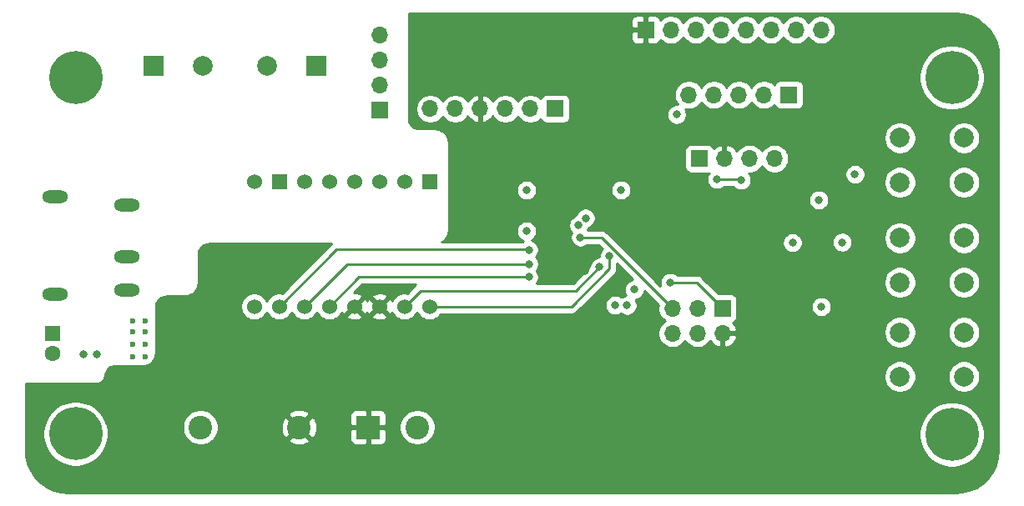
<source format=gbr>
%TF.GenerationSoftware,KiCad,Pcbnew,(5.1.6)-1*%
%TF.CreationDate,2020-11-03T19:25:33-05:00*%
%TF.ProjectId,Kitty Caddy,4b697474-7920-4436-9164-64792e6b6963,rev?*%
%TF.SameCoordinates,Original*%
%TF.FileFunction,Copper,L2,Inr*%
%TF.FilePolarity,Positive*%
%FSLAX46Y46*%
G04 Gerber Fmt 4.6, Leading zero omitted, Abs format (unit mm)*
G04 Created by KiCad (PCBNEW (5.1.6)-1) date 2020-11-03 19:25:33*
%MOMM*%
%LPD*%
G01*
G04 APERTURE LIST*
%TA.AperFunction,ViaPad*%
%ADD10C,2.000000*%
%TD*%
%TA.AperFunction,ViaPad*%
%ADD11R,1.524000X1.524000*%
%TD*%
%TA.AperFunction,ViaPad*%
%ADD12C,1.524000*%
%TD*%
%TA.AperFunction,ViaPad*%
%ADD13C,5.400000*%
%TD*%
%TA.AperFunction,ViaPad*%
%ADD14R,1.600000X1.600000*%
%TD*%
%TA.AperFunction,ViaPad*%
%ADD15C,1.600000*%
%TD*%
%TA.AperFunction,ViaPad*%
%ADD16R,2.000000X2.000000*%
%TD*%
%TA.AperFunction,ViaPad*%
%ADD17R,2.400000X2.400000*%
%TD*%
%TA.AperFunction,ViaPad*%
%ADD18C,2.400000*%
%TD*%
%TA.AperFunction,ViaPad*%
%ADD19O,2.616000X1.308000*%
%TD*%
%TA.AperFunction,ViaPad*%
%ADD20R,1.700000X1.700000*%
%TD*%
%TA.AperFunction,ViaPad*%
%ADD21O,1.700000X1.700000*%
%TD*%
%TA.AperFunction,ViaPad*%
%ADD22C,0.600000*%
%TD*%
%TA.AperFunction,ViaPad*%
%ADD23C,0.800000*%
%TD*%
%TA.AperFunction,Conductor*%
%ADD24C,0.254000*%
%TD*%
G04 APERTURE END LIST*
D10*
%TO.N,GND*%
%TO.C,SW3*%
X127891800Y-86334400D03*
X121391800Y-86334400D03*
%TO.N,Net-(R16-Pad2)*%
X127891800Y-90834400D03*
X121391800Y-90834400D03*
%TD*%
%TO.N,Net-(R14-Pad1)*%
%TO.C,SW2*%
X127891800Y-76758600D03*
X121391800Y-76758600D03*
%TO.N,GND*%
X127891800Y-81258600D03*
X121391800Y-81258600D03*
%TD*%
%TO.N,Net-(R13-Pad1)*%
%TO.C,SW1*%
X127891800Y-66598600D03*
X121391800Y-66598600D03*
%TO.N,GND*%
X127891800Y-71098600D03*
X121391800Y-71098600D03*
%TD*%
D11*
%TO.N,GND*%
%TO.C,U2*%
X73673400Y-71018600D03*
D12*
%TO.N,N/C*%
X71133400Y-71018600D03*
%TO.N,Net-(J2-Pad2)*%
X68593400Y-71018600D03*
%TO.N,Net-(J2-Pad1)*%
X66053400Y-71018600D03*
%TO.N,Net-(J2-Pad3)*%
X63513400Y-71018600D03*
%TO.N,Net-(J2-Pad4)*%
X60973400Y-71018600D03*
D11*
%TO.N,GND*%
X58433400Y-71018600D03*
D12*
%TO.N,+12V*%
X55893400Y-71018600D03*
%TO.N,DIR*%
X73673400Y-83718600D03*
%TO.N,STEP*%
X71133400Y-83718600D03*
%TO.N,+5V*%
X68593400Y-83718600D03*
X66053400Y-83718600D03*
%TO.N,M2*%
X63513400Y-83718600D03*
%TO.N,M1*%
X60973400Y-83718600D03*
%TO.N,M0*%
X58433400Y-83718600D03*
%TO.N,N/C*%
X55893400Y-83718600D03*
%TD*%
D13*
%TO.N,N/C*%
%TO.C,REF\u002A\u002A*%
X126670200Y-96727200D03*
%TD*%
%TO.N,N/C*%
%TO.C,REF\u002A\u002A*%
X37770200Y-96647200D03*
%TD*%
%TO.N,N/C*%
%TO.C,REF\u002A\u002A*%
X126670200Y-60452200D03*
%TD*%
%TO.N,N/C*%
%TO.C,REF\u002A\u002A*%
X37770200Y-60452200D03*
%TD*%
D14*
%TO.N,+12V*%
%TO.C,C1*%
X35443400Y-86488600D03*
D15*
%TO.N,GND*%
X35443400Y-88488600D03*
%TD*%
D16*
%TO.N,+12V*%
%TO.C,C3*%
X45693400Y-59238600D03*
D10*
%TO.N,GND*%
X50693400Y-59238600D03*
%TD*%
D16*
%TO.N,+12V*%
%TO.C,C4*%
X62193400Y-59238600D03*
D10*
%TO.N,GND*%
X57193400Y-59238600D03*
%TD*%
D17*
%TO.N,+5V*%
%TO.C,C6*%
X67443400Y-95988600D03*
D18*
%TO.N,GND*%
X72443400Y-95988600D03*
%TD*%
D19*
%TO.N,+12V*%
%TO.C,J1*%
X42993400Y-82038600D03*
%TO.N,GND*%
X42993400Y-78638600D03*
X42993400Y-73438600D03*
X35693400Y-72538600D03*
X35693400Y-82438600D03*
%TD*%
D20*
%TO.N,Net-(J2-Pad1)*%
%TO.C,J2*%
X68661400Y-63783400D03*
D21*
%TO.N,Net-(J2-Pad2)*%
X68661400Y-61243400D03*
%TO.N,Net-(J2-Pad3)*%
X68661400Y-58703400D03*
%TO.N,Net-(J2-Pad4)*%
X68661400Y-56163400D03*
%TD*%
D20*
%TO.N,Net-(J3-Pad1)*%
%TO.C,J3*%
X110139600Y-62208600D03*
D21*
%TO.N,GND*%
X107599600Y-62208600D03*
%TO.N,N/C*%
X105059600Y-62208600D03*
%TO.N,GND*%
X102519600Y-62208600D03*
%TO.N,SENSE*%
X99979600Y-62208600D03*
%TD*%
D20*
%TO.N,DTR*%
%TO.C,J4*%
X86441400Y-63631000D03*
D21*
%TO.N,RXI*%
X83901400Y-63631000D03*
%TO.N,TXO*%
X81361400Y-63631000D03*
%TO.N,+5V*%
X78821400Y-63631000D03*
%TO.N,GND*%
X76281400Y-63631000D03*
X73741400Y-63631000D03*
%TD*%
D20*
%TO.N,MISO*%
%TO.C,J5*%
X103408600Y-83900200D03*
D21*
%TO.N,+5V*%
X103408600Y-86440200D03*
%TO.N,SCK*%
X100868600Y-83900200D03*
%TO.N,MOSI*%
X100868600Y-86440200D03*
%TO.N,RESET_PIN*%
X98328600Y-83900200D03*
%TO.N,GND*%
X98328600Y-86440200D03*
%TD*%
D18*
%TO.N,Net-(C5-Pad1)*%
%TO.C,L1*%
X50443400Y-95988600D03*
%TO.N,+5V*%
X60443400Y-95988600D03*
%TD*%
D20*
%TO.N,GND*%
%TO.C,U1*%
X101046400Y-68685600D03*
D21*
%TO.N,+5V*%
X103586400Y-68685600D03*
%TO.N,SCL*%
X106126400Y-68685600D03*
%TO.N,SDA*%
X108666400Y-68685600D03*
%TD*%
D22*
%TO.N,GND*%
%TO.C,U3*%
X44793400Y-88788600D03*
X44793400Y-87588600D03*
X43593400Y-87588600D03*
X43593400Y-88788600D03*
X44793400Y-85188600D03*
X44793400Y-86288600D03*
X43593400Y-86288600D03*
X43593400Y-85188600D03*
%TD*%
D20*
%TO.N,+5V*%
%TO.C,U4*%
X95610800Y-55609680D03*
D21*
%TO.N,GND*%
X98150800Y-55609680D03*
%TO.N,SCL*%
X100690800Y-55609680D03*
%TO.N,SDA*%
X103230800Y-55609680D03*
%TO.N,N/C*%
X105770800Y-55609680D03*
X108310800Y-55609680D03*
X110850800Y-55609680D03*
X113390800Y-55609680D03*
%TD*%
D23*
%TO.N,+12V*%
X38557320Y-88573800D03*
X38557320Y-88573800D03*
X39934000Y-88604280D03*
%TO.N,+5V*%
X80650200Y-73003600D03*
X80624800Y-74857800D03*
X92156400Y-61218000D03*
X94823400Y-63300800D03*
X118572400Y-86795800D03*
X118242200Y-82300000D03*
X108488600Y-65739200D03*
X101605200Y-65739200D03*
X53396000Y-86973600D03*
X50932200Y-90123200D03*
X79827240Y-70473760D03*
X85130760Y-70473760D03*
X93477200Y-77204760D03*
X89489400Y-80069880D03*
X88361640Y-78942120D03*
X119415680Y-71388160D03*
X109093120Y-71352600D03*
%TO.N,RESET_PIN*%
X88986480Y-76676440D03*
%TO.N,SENSE*%
X93101280Y-71875840D03*
X98745160Y-64225360D03*
%TO.N,MISO*%
X98090700Y-81269199D03*
%TO.N,SCL*%
X88803600Y-75457240D03*
X83520400Y-76056680D03*
%TO.N,SDA*%
X89502138Y-74741665D03*
X83515320Y-71901240D03*
X102839640Y-70809040D03*
X105303440Y-70885240D03*
%TO.N,Net-(R13-Pad1)*%
X116835040Y-70285800D03*
%TO.N,Net-(R14-Pad1)*%
X113177440Y-72902000D03*
%TO.N,UP_BTN*%
X92512000Y-83590320D03*
X115544720Y-77199680D03*
%TO.N,M0*%
X83743920Y-77946440D03*
%TO.N,M1*%
X83759160Y-79394240D03*
%TO.N,M2*%
X83738840Y-80735360D03*
%TO.N,STEP*%
X90932120Y-79714280D03*
%TO.N,DIR*%
X91950168Y-78549902D03*
%TO.N,MODE_BTN*%
X113431440Y-83737640D03*
X93726120Y-83605560D03*
%TO.N,DOWN_BTN*%
X94441074Y-81996199D03*
X110500280Y-77245400D03*
%TD*%
D24*
%TO.N,RESET_PIN*%
X88986480Y-76716082D02*
X88986480Y-76676440D01*
X98328600Y-83900200D02*
X91150560Y-76722160D01*
X89032200Y-76722160D02*
X88986480Y-76676440D01*
X91150560Y-76722160D02*
X89032200Y-76722160D01*
%TO.N,MISO*%
X100777599Y-81269199D02*
X103408600Y-83900200D01*
X98090700Y-81269199D02*
X100777599Y-81269199D01*
%TO.N,SDA*%
X102839640Y-70809040D02*
X105227240Y-70809040D01*
%TO.N,M0*%
X58433400Y-83718600D02*
X64220800Y-77931200D01*
X64220800Y-77931200D02*
X83728680Y-77931200D01*
X83728680Y-77931200D02*
X83743920Y-77946440D01*
%TO.N,M1*%
X60973400Y-83718600D02*
X65297760Y-79394240D01*
X65297760Y-79394240D02*
X83759160Y-79394240D01*
%TO.N,M2*%
X63513400Y-83718600D02*
X66496640Y-80735360D01*
X66496640Y-80735360D02*
X83738840Y-80735360D01*
%TO.N,STEP*%
X71133400Y-83718600D02*
X72755880Y-82096120D01*
X72755880Y-82096120D02*
X88550280Y-82096120D01*
X88550280Y-82096120D02*
X90932120Y-79714280D01*
%TO.N,DIR*%
X88080960Y-83718600D02*
X73673400Y-83718600D01*
X88080960Y-83718600D02*
X91950168Y-79849392D01*
X91950168Y-79849392D02*
X91950168Y-78549902D01*
%TD*%
%TO.N,+5V*%
G36*
X127811483Y-54019773D02*
G01*
X128555291Y-54223256D01*
X129251305Y-54555238D01*
X129877530Y-55005226D01*
X130414177Y-55559003D01*
X130844271Y-56199051D01*
X131154229Y-56905153D01*
X131335465Y-57660057D01*
X131383400Y-58312807D01*
X131383401Y-98259197D01*
X131312227Y-99056683D01*
X131108744Y-99800490D01*
X130776763Y-100496504D01*
X130326774Y-101122730D01*
X129772997Y-101659377D01*
X129132949Y-102089471D01*
X128426847Y-102399429D01*
X127671943Y-102580665D01*
X127019193Y-102628600D01*
X37072792Y-102628600D01*
X36275317Y-102557427D01*
X35531510Y-102353944D01*
X34835496Y-102021963D01*
X34209270Y-101571974D01*
X33672623Y-101018197D01*
X33242529Y-100378149D01*
X32932571Y-99672047D01*
X32751335Y-98917143D01*
X32703400Y-98264393D01*
X32703400Y-96318731D01*
X34435200Y-96318731D01*
X34435200Y-96975669D01*
X34563362Y-97619984D01*
X34814761Y-98226915D01*
X35179736Y-98773139D01*
X35644261Y-99237664D01*
X36190485Y-99602639D01*
X36797416Y-99854038D01*
X37441731Y-99982200D01*
X38098669Y-99982200D01*
X38742984Y-99854038D01*
X39349915Y-99602639D01*
X39896139Y-99237664D01*
X40360664Y-98773139D01*
X40725639Y-98226915D01*
X40977038Y-97619984D01*
X41105200Y-96975669D01*
X41105200Y-96318731D01*
X41003584Y-95807868D01*
X48608400Y-95807868D01*
X48608400Y-96169332D01*
X48678918Y-96523850D01*
X48817244Y-96857799D01*
X49018062Y-97158344D01*
X49273656Y-97413938D01*
X49574201Y-97614756D01*
X49908150Y-97753082D01*
X50262668Y-97823600D01*
X50624132Y-97823600D01*
X50978650Y-97753082D01*
X51312599Y-97614756D01*
X51613144Y-97413938D01*
X51760502Y-97266580D01*
X59345026Y-97266580D01*
X59464914Y-97551436D01*
X59788610Y-97712299D01*
X60137469Y-97806922D01*
X60498084Y-97831667D01*
X60856598Y-97785585D01*
X61199233Y-97670446D01*
X61421886Y-97551436D01*
X61541774Y-97266580D01*
X61463795Y-97188600D01*
X65605328Y-97188600D01*
X65617588Y-97313082D01*
X65653898Y-97432780D01*
X65712863Y-97543094D01*
X65792215Y-97639785D01*
X65888906Y-97719137D01*
X65999220Y-97778102D01*
X66118918Y-97814412D01*
X66243400Y-97826672D01*
X67157650Y-97823600D01*
X67316400Y-97664850D01*
X67316400Y-96115600D01*
X67570400Y-96115600D01*
X67570400Y-97664850D01*
X67729150Y-97823600D01*
X68643400Y-97826672D01*
X68767882Y-97814412D01*
X68887580Y-97778102D01*
X68997894Y-97719137D01*
X69094585Y-97639785D01*
X69173937Y-97543094D01*
X69232902Y-97432780D01*
X69269212Y-97313082D01*
X69281472Y-97188600D01*
X69278400Y-96274350D01*
X69119650Y-96115600D01*
X67570400Y-96115600D01*
X67316400Y-96115600D01*
X65767150Y-96115600D01*
X65608400Y-96274350D01*
X65605328Y-97188600D01*
X61463795Y-97188600D01*
X60443400Y-96168205D01*
X59345026Y-97266580D01*
X51760502Y-97266580D01*
X51868738Y-97158344D01*
X52069556Y-96857799D01*
X52207882Y-96523850D01*
X52278400Y-96169332D01*
X52278400Y-96043284D01*
X58600333Y-96043284D01*
X58646415Y-96401798D01*
X58761554Y-96744433D01*
X58880564Y-96967086D01*
X59165420Y-97086974D01*
X60263795Y-95988600D01*
X60623005Y-95988600D01*
X61721380Y-97086974D01*
X62006236Y-96967086D01*
X62167099Y-96643390D01*
X62261722Y-96294531D01*
X62286467Y-95933916D01*
X62240385Y-95575402D01*
X62125246Y-95232767D01*
X62006236Y-95010114D01*
X61721380Y-94890226D01*
X60623005Y-95988600D01*
X60263795Y-95988600D01*
X59165420Y-94890226D01*
X58880564Y-95010114D01*
X58719701Y-95333810D01*
X58625078Y-95682669D01*
X58600333Y-96043284D01*
X52278400Y-96043284D01*
X52278400Y-95807868D01*
X52207882Y-95453350D01*
X52069556Y-95119401D01*
X51868738Y-94818856D01*
X51760502Y-94710620D01*
X59345026Y-94710620D01*
X60443400Y-95808995D01*
X61463794Y-94788600D01*
X65605328Y-94788600D01*
X65608400Y-95702850D01*
X65767150Y-95861600D01*
X67316400Y-95861600D01*
X67316400Y-94312350D01*
X67570400Y-94312350D01*
X67570400Y-95861600D01*
X69119650Y-95861600D01*
X69173382Y-95807868D01*
X70608400Y-95807868D01*
X70608400Y-96169332D01*
X70678918Y-96523850D01*
X70817244Y-96857799D01*
X71018062Y-97158344D01*
X71273656Y-97413938D01*
X71574201Y-97614756D01*
X71908150Y-97753082D01*
X72262668Y-97823600D01*
X72624132Y-97823600D01*
X72978650Y-97753082D01*
X73312599Y-97614756D01*
X73613144Y-97413938D01*
X73868738Y-97158344D01*
X74069556Y-96857799D01*
X74207882Y-96523850D01*
X74232769Y-96398731D01*
X123335200Y-96398731D01*
X123335200Y-97055669D01*
X123463362Y-97699984D01*
X123714761Y-98306915D01*
X124079736Y-98853139D01*
X124544261Y-99317664D01*
X125090485Y-99682639D01*
X125697416Y-99934038D01*
X126341731Y-100062200D01*
X126998669Y-100062200D01*
X127642984Y-99934038D01*
X128249915Y-99682639D01*
X128796139Y-99317664D01*
X129260664Y-98853139D01*
X129625639Y-98306915D01*
X129877038Y-97699984D01*
X130005200Y-97055669D01*
X130005200Y-96398731D01*
X129877038Y-95754416D01*
X129625639Y-95147485D01*
X129260664Y-94601261D01*
X128796139Y-94136736D01*
X128249915Y-93771761D01*
X127642984Y-93520362D01*
X126998669Y-93392200D01*
X126341731Y-93392200D01*
X125697416Y-93520362D01*
X125090485Y-93771761D01*
X124544261Y-94136736D01*
X124079736Y-94601261D01*
X123714761Y-95147485D01*
X123463362Y-95754416D01*
X123335200Y-96398731D01*
X74232769Y-96398731D01*
X74278400Y-96169332D01*
X74278400Y-95807868D01*
X74207882Y-95453350D01*
X74069556Y-95119401D01*
X73868738Y-94818856D01*
X73613144Y-94563262D01*
X73312599Y-94362444D01*
X72978650Y-94224118D01*
X72624132Y-94153600D01*
X72262668Y-94153600D01*
X71908150Y-94224118D01*
X71574201Y-94362444D01*
X71273656Y-94563262D01*
X71018062Y-94818856D01*
X70817244Y-95119401D01*
X70678918Y-95453350D01*
X70608400Y-95807868D01*
X69173382Y-95807868D01*
X69278400Y-95702850D01*
X69281472Y-94788600D01*
X69269212Y-94664118D01*
X69232902Y-94544420D01*
X69173937Y-94434106D01*
X69094585Y-94337415D01*
X68997894Y-94258063D01*
X68887580Y-94199098D01*
X68767882Y-94162788D01*
X68643400Y-94150528D01*
X67729150Y-94153600D01*
X67570400Y-94312350D01*
X67316400Y-94312350D01*
X67157650Y-94153600D01*
X66243400Y-94150528D01*
X66118918Y-94162788D01*
X65999220Y-94199098D01*
X65888906Y-94258063D01*
X65792215Y-94337415D01*
X65712863Y-94434106D01*
X65653898Y-94544420D01*
X65617588Y-94664118D01*
X65605328Y-94788600D01*
X61463794Y-94788600D01*
X61541774Y-94710620D01*
X61421886Y-94425764D01*
X61098190Y-94264901D01*
X60749331Y-94170278D01*
X60388716Y-94145533D01*
X60030202Y-94191615D01*
X59687567Y-94306754D01*
X59464914Y-94425764D01*
X59345026Y-94710620D01*
X51760502Y-94710620D01*
X51613144Y-94563262D01*
X51312599Y-94362444D01*
X50978650Y-94224118D01*
X50624132Y-94153600D01*
X50262668Y-94153600D01*
X49908150Y-94224118D01*
X49574201Y-94362444D01*
X49273656Y-94563262D01*
X49018062Y-94818856D01*
X48817244Y-95119401D01*
X48678918Y-95453350D01*
X48608400Y-95807868D01*
X41003584Y-95807868D01*
X40977038Y-95674416D01*
X40725639Y-95067485D01*
X40360664Y-94521261D01*
X39896139Y-94056736D01*
X39349915Y-93691761D01*
X38742984Y-93440362D01*
X38098669Y-93312200D01*
X37441731Y-93312200D01*
X36797416Y-93440362D01*
X36190485Y-93691761D01*
X35644261Y-94056736D01*
X35179736Y-94521261D01*
X34814761Y-95067485D01*
X34563362Y-95674416D01*
X34435200Y-96318731D01*
X32703400Y-96318731D01*
X32703400Y-91571000D01*
X39807000Y-91571000D01*
X39821219Y-91570201D01*
X40019040Y-91547912D01*
X40046767Y-91541584D01*
X40234669Y-91475834D01*
X40260291Y-91463495D01*
X40428850Y-91357582D01*
X40451085Y-91339851D01*
X40591851Y-91199085D01*
X40609582Y-91176850D01*
X40715495Y-91008291D01*
X40727834Y-90982669D01*
X40793584Y-90794767D01*
X40799912Y-90767040D01*
X40810466Y-90673367D01*
X119756800Y-90673367D01*
X119756800Y-90995433D01*
X119819632Y-91311312D01*
X119942882Y-91608863D01*
X120121813Y-91876652D01*
X120349548Y-92104387D01*
X120617337Y-92283318D01*
X120914888Y-92406568D01*
X121230767Y-92469400D01*
X121552833Y-92469400D01*
X121868712Y-92406568D01*
X122166263Y-92283318D01*
X122434052Y-92104387D01*
X122661787Y-91876652D01*
X122840718Y-91608863D01*
X122963968Y-91311312D01*
X123026800Y-90995433D01*
X123026800Y-90673367D01*
X126256800Y-90673367D01*
X126256800Y-90995433D01*
X126319632Y-91311312D01*
X126442882Y-91608863D01*
X126621813Y-91876652D01*
X126849548Y-92104387D01*
X127117337Y-92283318D01*
X127414888Y-92406568D01*
X127730767Y-92469400D01*
X128052833Y-92469400D01*
X128368712Y-92406568D01*
X128666263Y-92283318D01*
X128934052Y-92104387D01*
X129161787Y-91876652D01*
X129340718Y-91608863D01*
X129463968Y-91311312D01*
X129526800Y-90995433D01*
X129526800Y-90673367D01*
X129463968Y-90357488D01*
X129340718Y-90059937D01*
X129161787Y-89792148D01*
X128934052Y-89564413D01*
X128666263Y-89385482D01*
X128368712Y-89262232D01*
X128052833Y-89199400D01*
X127730767Y-89199400D01*
X127414888Y-89262232D01*
X127117337Y-89385482D01*
X126849548Y-89564413D01*
X126621813Y-89792148D01*
X126442882Y-90059937D01*
X126319632Y-90357488D01*
X126256800Y-90673367D01*
X123026800Y-90673367D01*
X122963968Y-90357488D01*
X122840718Y-90059937D01*
X122661787Y-89792148D01*
X122434052Y-89564413D01*
X122166263Y-89385482D01*
X121868712Y-89262232D01*
X121552833Y-89199400D01*
X121230767Y-89199400D01*
X120914888Y-89262232D01*
X120617337Y-89385482D01*
X120349548Y-89564413D01*
X120121813Y-89792148D01*
X119942882Y-90059937D01*
X119819632Y-90357488D01*
X119756800Y-90673367D01*
X40810466Y-90673367D01*
X40842888Y-90385620D01*
X40899186Y-90224729D01*
X40989871Y-90080405D01*
X41110405Y-89959871D01*
X41254729Y-89869186D01*
X41415620Y-89812888D01*
X41592128Y-89793000D01*
X44506000Y-89793000D01*
X44517069Y-89792517D01*
X44737602Y-89773223D01*
X44759403Y-89769379D01*
X44973236Y-89712083D01*
X44994039Y-89704511D01*
X45003400Y-89700146D01*
X45066129Y-89687668D01*
X45236289Y-89617186D01*
X45389428Y-89514862D01*
X45519662Y-89384628D01*
X45621986Y-89231489D01*
X45624130Y-89226313D01*
X45709884Y-89103844D01*
X45720953Y-89084673D01*
X45814511Y-88884039D01*
X45822083Y-88863236D01*
X45879379Y-88649403D01*
X45883223Y-88627602D01*
X45902517Y-88407069D01*
X45903000Y-88396000D01*
X45903000Y-83829548D01*
X45920843Y-83625605D01*
X45972388Y-83433235D01*
X46056555Y-83252740D01*
X46170780Y-83089610D01*
X46311610Y-82948780D01*
X46474740Y-82834555D01*
X46655235Y-82750388D01*
X46847605Y-82698843D01*
X47051548Y-82681000D01*
X48824000Y-82681000D01*
X48835069Y-82680517D01*
X49055602Y-82661223D01*
X49077403Y-82657379D01*
X49291236Y-82600083D01*
X49312039Y-82592511D01*
X49512673Y-82498953D01*
X49531844Y-82487884D01*
X49713184Y-82360908D01*
X49730143Y-82346679D01*
X49886679Y-82190143D01*
X49900908Y-82173184D01*
X50027884Y-81991844D01*
X50038953Y-81972673D01*
X50132511Y-81772039D01*
X50140083Y-81751236D01*
X50197379Y-81537403D01*
X50201223Y-81515602D01*
X50220517Y-81295069D01*
X50221000Y-81284000D01*
X50221000Y-78495548D01*
X50238843Y-78291605D01*
X50290388Y-78099235D01*
X50374555Y-77918740D01*
X50488780Y-77755610D01*
X50629610Y-77614780D01*
X50792740Y-77500555D01*
X50973235Y-77416388D01*
X51165605Y-77364843D01*
X51369548Y-77347000D01*
X63731503Y-77347000D01*
X63679378Y-77389778D01*
X63655516Y-77418854D01*
X58722611Y-82351759D01*
X58570992Y-82321600D01*
X58295808Y-82321600D01*
X58025910Y-82375286D01*
X57771673Y-82480595D01*
X57542865Y-82633480D01*
X57348280Y-82828065D01*
X57195395Y-83056873D01*
X57163400Y-83134115D01*
X57131405Y-83056873D01*
X56978520Y-82828065D01*
X56783935Y-82633480D01*
X56555127Y-82480595D01*
X56300890Y-82375286D01*
X56030992Y-82321600D01*
X55755808Y-82321600D01*
X55485910Y-82375286D01*
X55231673Y-82480595D01*
X55002865Y-82633480D01*
X54808280Y-82828065D01*
X54655395Y-83056873D01*
X54550086Y-83311110D01*
X54496400Y-83581008D01*
X54496400Y-83856192D01*
X54550086Y-84126090D01*
X54655395Y-84380327D01*
X54808280Y-84609135D01*
X55002865Y-84803720D01*
X55231673Y-84956605D01*
X55485910Y-85061914D01*
X55755808Y-85115600D01*
X56030992Y-85115600D01*
X56300890Y-85061914D01*
X56555127Y-84956605D01*
X56783935Y-84803720D01*
X56978520Y-84609135D01*
X57131405Y-84380327D01*
X57163400Y-84303085D01*
X57195395Y-84380327D01*
X57348280Y-84609135D01*
X57542865Y-84803720D01*
X57771673Y-84956605D01*
X58025910Y-85061914D01*
X58295808Y-85115600D01*
X58570992Y-85115600D01*
X58840890Y-85061914D01*
X59095127Y-84956605D01*
X59323935Y-84803720D01*
X59518520Y-84609135D01*
X59671405Y-84380327D01*
X59703400Y-84303085D01*
X59735395Y-84380327D01*
X59888280Y-84609135D01*
X60082865Y-84803720D01*
X60311673Y-84956605D01*
X60565910Y-85061914D01*
X60835808Y-85115600D01*
X61110992Y-85115600D01*
X61380890Y-85061914D01*
X61635127Y-84956605D01*
X61863935Y-84803720D01*
X62058520Y-84609135D01*
X62211405Y-84380327D01*
X62243400Y-84303085D01*
X62275395Y-84380327D01*
X62428280Y-84609135D01*
X62622865Y-84803720D01*
X62851673Y-84956605D01*
X63105910Y-85061914D01*
X63375808Y-85115600D01*
X63650992Y-85115600D01*
X63920890Y-85061914D01*
X64175127Y-84956605D01*
X64403935Y-84803720D01*
X64523490Y-84684165D01*
X65267440Y-84684165D01*
X65334420Y-84924256D01*
X65583448Y-85041356D01*
X65850535Y-85107623D01*
X66125417Y-85120510D01*
X66397533Y-85079522D01*
X66656423Y-84986236D01*
X66772380Y-84924256D01*
X66839360Y-84684165D01*
X67807440Y-84684165D01*
X67874420Y-84924256D01*
X68123448Y-85041356D01*
X68390535Y-85107623D01*
X68665417Y-85120510D01*
X68937533Y-85079522D01*
X69196423Y-84986236D01*
X69312380Y-84924256D01*
X69379360Y-84684165D01*
X68593400Y-83898205D01*
X67807440Y-84684165D01*
X66839360Y-84684165D01*
X66053400Y-83898205D01*
X65267440Y-84684165D01*
X64523490Y-84684165D01*
X64598520Y-84609135D01*
X64751405Y-84380327D01*
X64781092Y-84308657D01*
X64785764Y-84321623D01*
X64847744Y-84437580D01*
X65087835Y-84504560D01*
X65873795Y-83718600D01*
X66233005Y-83718600D01*
X67018965Y-84504560D01*
X67259056Y-84437580D01*
X67320479Y-84306956D01*
X67325764Y-84321623D01*
X67387744Y-84437580D01*
X67627835Y-84504560D01*
X68413795Y-83718600D01*
X67627835Y-82932640D01*
X67387744Y-82999620D01*
X67326321Y-83130244D01*
X67321036Y-83115577D01*
X67259056Y-82999620D01*
X67018965Y-82932640D01*
X66233005Y-83718600D01*
X65873795Y-83718600D01*
X65859653Y-83704458D01*
X66039258Y-83524853D01*
X66053400Y-83538995D01*
X66839360Y-82753035D01*
X67807440Y-82753035D01*
X68593400Y-83538995D01*
X69379360Y-82753035D01*
X69312380Y-82512944D01*
X69063352Y-82395844D01*
X68796265Y-82329577D01*
X68521383Y-82316690D01*
X68249267Y-82357678D01*
X67990377Y-82450964D01*
X67874420Y-82512944D01*
X67807440Y-82753035D01*
X66839360Y-82753035D01*
X66772380Y-82512944D01*
X66523352Y-82395844D01*
X66256265Y-82329577D01*
X65992423Y-82317208D01*
X66812271Y-81497360D01*
X72284325Y-81497360D01*
X72214458Y-81554698D01*
X72190601Y-81583768D01*
X71422611Y-82351759D01*
X71270992Y-82321600D01*
X70995808Y-82321600D01*
X70725910Y-82375286D01*
X70471673Y-82480595D01*
X70242865Y-82633480D01*
X70048280Y-82828065D01*
X69895395Y-83056873D01*
X69865708Y-83128543D01*
X69861036Y-83115577D01*
X69799056Y-82999620D01*
X69558965Y-82932640D01*
X68773005Y-83718600D01*
X69558965Y-84504560D01*
X69799056Y-84437580D01*
X69862885Y-84301840D01*
X69895395Y-84380327D01*
X70048280Y-84609135D01*
X70242865Y-84803720D01*
X70471673Y-84956605D01*
X70725910Y-85061914D01*
X70995808Y-85115600D01*
X71270992Y-85115600D01*
X71540890Y-85061914D01*
X71795127Y-84956605D01*
X72023935Y-84803720D01*
X72218520Y-84609135D01*
X72371405Y-84380327D01*
X72403400Y-84303085D01*
X72435395Y-84380327D01*
X72588280Y-84609135D01*
X72782865Y-84803720D01*
X73011673Y-84956605D01*
X73265910Y-85061914D01*
X73535808Y-85115600D01*
X73810992Y-85115600D01*
X74080890Y-85061914D01*
X74335127Y-84956605D01*
X74563935Y-84803720D01*
X74758520Y-84609135D01*
X74844405Y-84480600D01*
X88043537Y-84480600D01*
X88080960Y-84484286D01*
X88118383Y-84480600D01*
X88118386Y-84480600D01*
X88230338Y-84469574D01*
X88373975Y-84426002D01*
X88506352Y-84355245D01*
X88622382Y-84260022D01*
X88646244Y-84230946D01*
X92462521Y-80414670D01*
X92491590Y-80390814D01*
X92586813Y-80274784D01*
X92657570Y-80142407D01*
X92701142Y-79998770D01*
X92712168Y-79886818D01*
X92712168Y-79886816D01*
X92715854Y-79849393D01*
X92712168Y-79811970D01*
X92712168Y-79361398D01*
X94316476Y-80965706D01*
X94139176Y-81000973D01*
X93950818Y-81078994D01*
X93781300Y-81192262D01*
X93637137Y-81336425D01*
X93523869Y-81505943D01*
X93445848Y-81694301D01*
X93406074Y-81894260D01*
X93406074Y-82098138D01*
X93445848Y-82298097D01*
X93523869Y-82486455D01*
X93585241Y-82578306D01*
X93424222Y-82610334D01*
X93235864Y-82688355D01*
X93130464Y-82758781D01*
X93002256Y-82673115D01*
X92813898Y-82595094D01*
X92613939Y-82555320D01*
X92410061Y-82555320D01*
X92210102Y-82595094D01*
X92021744Y-82673115D01*
X91852226Y-82786383D01*
X91708063Y-82930546D01*
X91594795Y-83100064D01*
X91516774Y-83288422D01*
X91477000Y-83488381D01*
X91477000Y-83692259D01*
X91516774Y-83892218D01*
X91594795Y-84080576D01*
X91708063Y-84250094D01*
X91852226Y-84394257D01*
X92021744Y-84507525D01*
X92210102Y-84585546D01*
X92410061Y-84625320D01*
X92613939Y-84625320D01*
X92813898Y-84585546D01*
X93002256Y-84507525D01*
X93107656Y-84437099D01*
X93235864Y-84522765D01*
X93424222Y-84600786D01*
X93624181Y-84640560D01*
X93828059Y-84640560D01*
X94028018Y-84600786D01*
X94216376Y-84522765D01*
X94385894Y-84409497D01*
X94530057Y-84265334D01*
X94643325Y-84095816D01*
X94721346Y-83907458D01*
X94761120Y-83707499D01*
X94761120Y-83503621D01*
X94721346Y-83303662D01*
X94643325Y-83115304D01*
X94581953Y-83023453D01*
X94742972Y-82991425D01*
X94931330Y-82913404D01*
X95100848Y-82800136D01*
X95245011Y-82655973D01*
X95358279Y-82486455D01*
X95436300Y-82298097D01*
X95471567Y-82120797D01*
X96886921Y-83536151D01*
X96843600Y-83753940D01*
X96843600Y-84046460D01*
X96900668Y-84333358D01*
X97012610Y-84603611D01*
X97175125Y-84846832D01*
X97381968Y-85053675D01*
X97556360Y-85170200D01*
X97381968Y-85286725D01*
X97175125Y-85493568D01*
X97012610Y-85736789D01*
X96900668Y-86007042D01*
X96843600Y-86293940D01*
X96843600Y-86586460D01*
X96900668Y-86873358D01*
X97012610Y-87143611D01*
X97175125Y-87386832D01*
X97381968Y-87593675D01*
X97625189Y-87756190D01*
X97895442Y-87868132D01*
X98182340Y-87925200D01*
X98474860Y-87925200D01*
X98761758Y-87868132D01*
X99032011Y-87756190D01*
X99275232Y-87593675D01*
X99482075Y-87386832D01*
X99598600Y-87212440D01*
X99715125Y-87386832D01*
X99921968Y-87593675D01*
X100165189Y-87756190D01*
X100435442Y-87868132D01*
X100722340Y-87925200D01*
X101014860Y-87925200D01*
X101301758Y-87868132D01*
X101572011Y-87756190D01*
X101815232Y-87593675D01*
X102022075Y-87386832D01*
X102143795Y-87204666D01*
X102213422Y-87321555D01*
X102408331Y-87537788D01*
X102641680Y-87711841D01*
X102904501Y-87837025D01*
X103051710Y-87881676D01*
X103281600Y-87760355D01*
X103281600Y-86567200D01*
X103535600Y-86567200D01*
X103535600Y-87760355D01*
X103765490Y-87881676D01*
X103912699Y-87837025D01*
X104175520Y-87711841D01*
X104408869Y-87537788D01*
X104603778Y-87321555D01*
X104752757Y-87071452D01*
X104850081Y-86797091D01*
X104729414Y-86567200D01*
X103535600Y-86567200D01*
X103281600Y-86567200D01*
X103261600Y-86567200D01*
X103261600Y-86313200D01*
X103281600Y-86313200D01*
X103281600Y-86293200D01*
X103535600Y-86293200D01*
X103535600Y-86313200D01*
X104729414Y-86313200D01*
X104802810Y-86173367D01*
X119756800Y-86173367D01*
X119756800Y-86495433D01*
X119819632Y-86811312D01*
X119942882Y-87108863D01*
X120121813Y-87376652D01*
X120349548Y-87604387D01*
X120617337Y-87783318D01*
X120914888Y-87906568D01*
X121230767Y-87969400D01*
X121552833Y-87969400D01*
X121868712Y-87906568D01*
X122166263Y-87783318D01*
X122434052Y-87604387D01*
X122661787Y-87376652D01*
X122840718Y-87108863D01*
X122963968Y-86811312D01*
X123026800Y-86495433D01*
X123026800Y-86173367D01*
X126256800Y-86173367D01*
X126256800Y-86495433D01*
X126319632Y-86811312D01*
X126442882Y-87108863D01*
X126621813Y-87376652D01*
X126849548Y-87604387D01*
X127117337Y-87783318D01*
X127414888Y-87906568D01*
X127730767Y-87969400D01*
X128052833Y-87969400D01*
X128368712Y-87906568D01*
X128666263Y-87783318D01*
X128934052Y-87604387D01*
X129161787Y-87376652D01*
X129340718Y-87108863D01*
X129463968Y-86811312D01*
X129526800Y-86495433D01*
X129526800Y-86173367D01*
X129463968Y-85857488D01*
X129340718Y-85559937D01*
X129161787Y-85292148D01*
X128934052Y-85064413D01*
X128666263Y-84885482D01*
X128368712Y-84762232D01*
X128052833Y-84699400D01*
X127730767Y-84699400D01*
X127414888Y-84762232D01*
X127117337Y-84885482D01*
X126849548Y-85064413D01*
X126621813Y-85292148D01*
X126442882Y-85559937D01*
X126319632Y-85857488D01*
X126256800Y-86173367D01*
X123026800Y-86173367D01*
X122963968Y-85857488D01*
X122840718Y-85559937D01*
X122661787Y-85292148D01*
X122434052Y-85064413D01*
X122166263Y-84885482D01*
X121868712Y-84762232D01*
X121552833Y-84699400D01*
X121230767Y-84699400D01*
X120914888Y-84762232D01*
X120617337Y-84885482D01*
X120349548Y-85064413D01*
X120121813Y-85292148D01*
X119942882Y-85559937D01*
X119819632Y-85857488D01*
X119756800Y-86173367D01*
X104802810Y-86173367D01*
X104850081Y-86083309D01*
X104752757Y-85808948D01*
X104603778Y-85558845D01*
X104426974Y-85362698D01*
X104502780Y-85339702D01*
X104613094Y-85280737D01*
X104709785Y-85201385D01*
X104789137Y-85104694D01*
X104848102Y-84994380D01*
X104884412Y-84874682D01*
X104896672Y-84750200D01*
X104896672Y-83635701D01*
X112396440Y-83635701D01*
X112396440Y-83839579D01*
X112436214Y-84039538D01*
X112514235Y-84227896D01*
X112627503Y-84397414D01*
X112771666Y-84541577D01*
X112941184Y-84654845D01*
X113129542Y-84732866D01*
X113329501Y-84772640D01*
X113533379Y-84772640D01*
X113733338Y-84732866D01*
X113921696Y-84654845D01*
X114091214Y-84541577D01*
X114235377Y-84397414D01*
X114348645Y-84227896D01*
X114426666Y-84039538D01*
X114466440Y-83839579D01*
X114466440Y-83635701D01*
X114426666Y-83435742D01*
X114348645Y-83247384D01*
X114235377Y-83077866D01*
X114091214Y-82933703D01*
X113921696Y-82820435D01*
X113733338Y-82742414D01*
X113533379Y-82702640D01*
X113329501Y-82702640D01*
X113129542Y-82742414D01*
X112941184Y-82820435D01*
X112771666Y-82933703D01*
X112627503Y-83077866D01*
X112514235Y-83247384D01*
X112436214Y-83435742D01*
X112396440Y-83635701D01*
X104896672Y-83635701D01*
X104896672Y-83050200D01*
X104884412Y-82925718D01*
X104848102Y-82806020D01*
X104789137Y-82695706D01*
X104709785Y-82599015D01*
X104613094Y-82519663D01*
X104502780Y-82460698D01*
X104383082Y-82424388D01*
X104258600Y-82412128D01*
X102998159Y-82412128D01*
X101683598Y-81097567D01*
X119756800Y-81097567D01*
X119756800Y-81419633D01*
X119819632Y-81735512D01*
X119942882Y-82033063D01*
X120121813Y-82300852D01*
X120349548Y-82528587D01*
X120617337Y-82707518D01*
X120914888Y-82830768D01*
X121230767Y-82893600D01*
X121552833Y-82893600D01*
X121868712Y-82830768D01*
X122166263Y-82707518D01*
X122434052Y-82528587D01*
X122661787Y-82300852D01*
X122840718Y-82033063D01*
X122963968Y-81735512D01*
X123026800Y-81419633D01*
X123026800Y-81097567D01*
X126256800Y-81097567D01*
X126256800Y-81419633D01*
X126319632Y-81735512D01*
X126442882Y-82033063D01*
X126621813Y-82300852D01*
X126849548Y-82528587D01*
X127117337Y-82707518D01*
X127414888Y-82830768D01*
X127730767Y-82893600D01*
X128052833Y-82893600D01*
X128368712Y-82830768D01*
X128666263Y-82707518D01*
X128934052Y-82528587D01*
X129161787Y-82300852D01*
X129340718Y-82033063D01*
X129463968Y-81735512D01*
X129526800Y-81419633D01*
X129526800Y-81097567D01*
X129463968Y-80781688D01*
X129340718Y-80484137D01*
X129161787Y-80216348D01*
X128934052Y-79988613D01*
X128666263Y-79809682D01*
X128368712Y-79686432D01*
X128052833Y-79623600D01*
X127730767Y-79623600D01*
X127414888Y-79686432D01*
X127117337Y-79809682D01*
X126849548Y-79988613D01*
X126621813Y-80216348D01*
X126442882Y-80484137D01*
X126319632Y-80781688D01*
X126256800Y-81097567D01*
X123026800Y-81097567D01*
X122963968Y-80781688D01*
X122840718Y-80484137D01*
X122661787Y-80216348D01*
X122434052Y-79988613D01*
X122166263Y-79809682D01*
X121868712Y-79686432D01*
X121552833Y-79623600D01*
X121230767Y-79623600D01*
X120914888Y-79686432D01*
X120617337Y-79809682D01*
X120349548Y-79988613D01*
X120121813Y-80216348D01*
X119942882Y-80484137D01*
X119819632Y-80781688D01*
X119756800Y-81097567D01*
X101683598Y-81097567D01*
X101342883Y-80756853D01*
X101319021Y-80727777D01*
X101202991Y-80632554D01*
X101070614Y-80561797D01*
X100926977Y-80518225D01*
X100815025Y-80507199D01*
X100815022Y-80507199D01*
X100777599Y-80503513D01*
X100740176Y-80507199D01*
X98792411Y-80507199D01*
X98750474Y-80465262D01*
X98580956Y-80351994D01*
X98392598Y-80273973D01*
X98192639Y-80234199D01*
X97988761Y-80234199D01*
X97788802Y-80273973D01*
X97600444Y-80351994D01*
X97430926Y-80465262D01*
X97286763Y-80609425D01*
X97173495Y-80778943D01*
X97095474Y-80967301D01*
X97055700Y-81167260D01*
X97055700Y-81371138D01*
X97095474Y-81571097D01*
X97108447Y-81602417D01*
X92649491Y-77143461D01*
X109465280Y-77143461D01*
X109465280Y-77347339D01*
X109505054Y-77547298D01*
X109583075Y-77735656D01*
X109696343Y-77905174D01*
X109840506Y-78049337D01*
X110010024Y-78162605D01*
X110198382Y-78240626D01*
X110398341Y-78280400D01*
X110602219Y-78280400D01*
X110802178Y-78240626D01*
X110990536Y-78162605D01*
X111160054Y-78049337D01*
X111304217Y-77905174D01*
X111417485Y-77735656D01*
X111495506Y-77547298D01*
X111535280Y-77347339D01*
X111535280Y-77143461D01*
X111526186Y-77097741D01*
X114509720Y-77097741D01*
X114509720Y-77301619D01*
X114549494Y-77501578D01*
X114627515Y-77689936D01*
X114740783Y-77859454D01*
X114884946Y-78003617D01*
X115054464Y-78116885D01*
X115242822Y-78194906D01*
X115442781Y-78234680D01*
X115646659Y-78234680D01*
X115846618Y-78194906D01*
X116034976Y-78116885D01*
X116204494Y-78003617D01*
X116348657Y-77859454D01*
X116461925Y-77689936D01*
X116539946Y-77501578D01*
X116579720Y-77301619D01*
X116579720Y-77097741D01*
X116539946Y-76897782D01*
X116461925Y-76709424D01*
X116387185Y-76597567D01*
X119756800Y-76597567D01*
X119756800Y-76919633D01*
X119819632Y-77235512D01*
X119942882Y-77533063D01*
X120121813Y-77800852D01*
X120349548Y-78028587D01*
X120617337Y-78207518D01*
X120914888Y-78330768D01*
X121230767Y-78393600D01*
X121552833Y-78393600D01*
X121868712Y-78330768D01*
X122166263Y-78207518D01*
X122434052Y-78028587D01*
X122661787Y-77800852D01*
X122840718Y-77533063D01*
X122963968Y-77235512D01*
X123026800Y-76919633D01*
X123026800Y-76597567D01*
X126256800Y-76597567D01*
X126256800Y-76919633D01*
X126319632Y-77235512D01*
X126442882Y-77533063D01*
X126621813Y-77800852D01*
X126849548Y-78028587D01*
X127117337Y-78207518D01*
X127414888Y-78330768D01*
X127730767Y-78393600D01*
X128052833Y-78393600D01*
X128368712Y-78330768D01*
X128666263Y-78207518D01*
X128934052Y-78028587D01*
X129161787Y-77800852D01*
X129340718Y-77533063D01*
X129463968Y-77235512D01*
X129526800Y-76919633D01*
X129526800Y-76597567D01*
X129463968Y-76281688D01*
X129340718Y-75984137D01*
X129161787Y-75716348D01*
X128934052Y-75488613D01*
X128666263Y-75309682D01*
X128368712Y-75186432D01*
X128052833Y-75123600D01*
X127730767Y-75123600D01*
X127414888Y-75186432D01*
X127117337Y-75309682D01*
X126849548Y-75488613D01*
X126621813Y-75716348D01*
X126442882Y-75984137D01*
X126319632Y-76281688D01*
X126256800Y-76597567D01*
X123026800Y-76597567D01*
X122963968Y-76281688D01*
X122840718Y-75984137D01*
X122661787Y-75716348D01*
X122434052Y-75488613D01*
X122166263Y-75309682D01*
X121868712Y-75186432D01*
X121552833Y-75123600D01*
X121230767Y-75123600D01*
X120914888Y-75186432D01*
X120617337Y-75309682D01*
X120349548Y-75488613D01*
X120121813Y-75716348D01*
X119942882Y-75984137D01*
X119819632Y-76281688D01*
X119756800Y-76597567D01*
X116387185Y-76597567D01*
X116348657Y-76539906D01*
X116204494Y-76395743D01*
X116034976Y-76282475D01*
X115846618Y-76204454D01*
X115646659Y-76164680D01*
X115442781Y-76164680D01*
X115242822Y-76204454D01*
X115054464Y-76282475D01*
X114884946Y-76395743D01*
X114740783Y-76539906D01*
X114627515Y-76709424D01*
X114549494Y-76897782D01*
X114509720Y-77097741D01*
X111526186Y-77097741D01*
X111495506Y-76943502D01*
X111417485Y-76755144D01*
X111304217Y-76585626D01*
X111160054Y-76441463D01*
X110990536Y-76328195D01*
X110802178Y-76250174D01*
X110602219Y-76210400D01*
X110398341Y-76210400D01*
X110198382Y-76250174D01*
X110010024Y-76328195D01*
X109840506Y-76441463D01*
X109696343Y-76585626D01*
X109583075Y-76755144D01*
X109505054Y-76943502D01*
X109465280Y-77143461D01*
X92649491Y-77143461D01*
X91715844Y-76209814D01*
X91691982Y-76180738D01*
X91575952Y-76085515D01*
X91443575Y-76014758D01*
X91299938Y-75971186D01*
X91187986Y-75960160D01*
X91187983Y-75960160D01*
X91150560Y-75956474D01*
X91113137Y-75960160D01*
X89733911Y-75960160D01*
X89720934Y-75947183D01*
X89798826Y-75759138D01*
X89803219Y-75737054D01*
X89804036Y-75736891D01*
X89992394Y-75658870D01*
X90161912Y-75545602D01*
X90306075Y-75401439D01*
X90419343Y-75231921D01*
X90497364Y-75043563D01*
X90537138Y-74843604D01*
X90537138Y-74639726D01*
X90497364Y-74439767D01*
X90419343Y-74251409D01*
X90306075Y-74081891D01*
X90161912Y-73937728D01*
X89992394Y-73824460D01*
X89804036Y-73746439D01*
X89604077Y-73706665D01*
X89400199Y-73706665D01*
X89200240Y-73746439D01*
X89011882Y-73824460D01*
X88842364Y-73937728D01*
X88698201Y-74081891D01*
X88584933Y-74251409D01*
X88506912Y-74439767D01*
X88502519Y-74461851D01*
X88501702Y-74462014D01*
X88313344Y-74540035D01*
X88143826Y-74653303D01*
X87999663Y-74797466D01*
X87886395Y-74966984D01*
X87808374Y-75155342D01*
X87768600Y-75355301D01*
X87768600Y-75559179D01*
X87808374Y-75759138D01*
X87886395Y-75947496D01*
X87999663Y-76117014D01*
X88069146Y-76186497D01*
X87991254Y-76374542D01*
X87951480Y-76574501D01*
X87951480Y-76778379D01*
X87991254Y-76978338D01*
X88069275Y-77166696D01*
X88182543Y-77336214D01*
X88326706Y-77480377D01*
X88496224Y-77593645D01*
X88684582Y-77671666D01*
X88884541Y-77711440D01*
X89088419Y-77711440D01*
X89288378Y-77671666D01*
X89476736Y-77593645D01*
X89640592Y-77484160D01*
X90834930Y-77484160D01*
X91193565Y-77842795D01*
X91146231Y-77890128D01*
X91032963Y-78059646D01*
X90954942Y-78248004D01*
X90915168Y-78447963D01*
X90915168Y-78651841D01*
X90920626Y-78679280D01*
X90830181Y-78679280D01*
X90630222Y-78719054D01*
X90441864Y-78797075D01*
X90272346Y-78910343D01*
X90128183Y-79054506D01*
X90014915Y-79224024D01*
X89936894Y-79412382D01*
X89897120Y-79612341D01*
X89897120Y-79671649D01*
X88234650Y-81334120D01*
X84583545Y-81334120D01*
X84656045Y-81225616D01*
X84734066Y-81037258D01*
X84773840Y-80837299D01*
X84773840Y-80633421D01*
X84734066Y-80433462D01*
X84656045Y-80245104D01*
X84542777Y-80075586D01*
X84542151Y-80074960D01*
X84563097Y-80054014D01*
X84676365Y-79884496D01*
X84754386Y-79696138D01*
X84794160Y-79496179D01*
X84794160Y-79292301D01*
X84754386Y-79092342D01*
X84676365Y-78903984D01*
X84563097Y-78734466D01*
X84491351Y-78662720D01*
X84547857Y-78606214D01*
X84661125Y-78436696D01*
X84739146Y-78248338D01*
X84778920Y-78048379D01*
X84778920Y-77844501D01*
X84739146Y-77644542D01*
X84661125Y-77456184D01*
X84547857Y-77286666D01*
X84403694Y-77142503D01*
X84234176Y-77029235D01*
X84045818Y-76951214D01*
X84044868Y-76951025D01*
X84180174Y-76860617D01*
X84324337Y-76716454D01*
X84437605Y-76546936D01*
X84515626Y-76358578D01*
X84555400Y-76158619D01*
X84555400Y-75954741D01*
X84515626Y-75754782D01*
X84437605Y-75566424D01*
X84324337Y-75396906D01*
X84180174Y-75252743D01*
X84010656Y-75139475D01*
X83822298Y-75061454D01*
X83622339Y-75021680D01*
X83418461Y-75021680D01*
X83218502Y-75061454D01*
X83030144Y-75139475D01*
X82860626Y-75252743D01*
X82716463Y-75396906D01*
X82603195Y-75566424D01*
X82525174Y-75754782D01*
X82485400Y-75954741D01*
X82485400Y-76158619D01*
X82525174Y-76358578D01*
X82603195Y-76546936D01*
X82716463Y-76716454D01*
X82860626Y-76860617D01*
X83030144Y-76973885D01*
X83218502Y-77051906D01*
X83219452Y-77052095D01*
X83084146Y-77142503D01*
X83057449Y-77169200D01*
X74903565Y-77169200D01*
X74912673Y-77164953D01*
X74931844Y-77153884D01*
X75113184Y-77026908D01*
X75130143Y-77012679D01*
X75286679Y-76856143D01*
X75300908Y-76839184D01*
X75427884Y-76657844D01*
X75438953Y-76638673D01*
X75532511Y-76438039D01*
X75540083Y-76417236D01*
X75597379Y-76203403D01*
X75601223Y-76181602D01*
X75620517Y-75961069D01*
X75621000Y-75950000D01*
X75621000Y-71799301D01*
X82480320Y-71799301D01*
X82480320Y-72003179D01*
X82520094Y-72203138D01*
X82598115Y-72391496D01*
X82711383Y-72561014D01*
X82855546Y-72705177D01*
X83025064Y-72818445D01*
X83213422Y-72896466D01*
X83413381Y-72936240D01*
X83617259Y-72936240D01*
X83817218Y-72896466D01*
X84005576Y-72818445D01*
X84175094Y-72705177D01*
X84319257Y-72561014D01*
X84432525Y-72391496D01*
X84510546Y-72203138D01*
X84550320Y-72003179D01*
X84550320Y-71799301D01*
X84545268Y-71773901D01*
X92066280Y-71773901D01*
X92066280Y-71977779D01*
X92106054Y-72177738D01*
X92184075Y-72366096D01*
X92297343Y-72535614D01*
X92441506Y-72679777D01*
X92611024Y-72793045D01*
X92799382Y-72871066D01*
X92999341Y-72910840D01*
X93203219Y-72910840D01*
X93403178Y-72871066D01*
X93574597Y-72800061D01*
X112142440Y-72800061D01*
X112142440Y-73003939D01*
X112182214Y-73203898D01*
X112260235Y-73392256D01*
X112373503Y-73561774D01*
X112517666Y-73705937D01*
X112687184Y-73819205D01*
X112875542Y-73897226D01*
X113075501Y-73937000D01*
X113279379Y-73937000D01*
X113479338Y-73897226D01*
X113667696Y-73819205D01*
X113837214Y-73705937D01*
X113981377Y-73561774D01*
X114094645Y-73392256D01*
X114172666Y-73203898D01*
X114212440Y-73003939D01*
X114212440Y-72800061D01*
X114172666Y-72600102D01*
X114094645Y-72411744D01*
X113981377Y-72242226D01*
X113837214Y-72098063D01*
X113667696Y-71984795D01*
X113479338Y-71906774D01*
X113279379Y-71867000D01*
X113075501Y-71867000D01*
X112875542Y-71906774D01*
X112687184Y-71984795D01*
X112517666Y-72098063D01*
X112373503Y-72242226D01*
X112260235Y-72411744D01*
X112182214Y-72600102D01*
X112142440Y-72800061D01*
X93574597Y-72800061D01*
X93591536Y-72793045D01*
X93761054Y-72679777D01*
X93905217Y-72535614D01*
X94018485Y-72366096D01*
X94096506Y-72177738D01*
X94136280Y-71977779D01*
X94136280Y-71773901D01*
X94096506Y-71573942D01*
X94018485Y-71385584D01*
X93905217Y-71216066D01*
X93761054Y-71071903D01*
X93591536Y-70958635D01*
X93403178Y-70880614D01*
X93203219Y-70840840D01*
X92999341Y-70840840D01*
X92799382Y-70880614D01*
X92611024Y-70958635D01*
X92441506Y-71071903D01*
X92297343Y-71216066D01*
X92184075Y-71385584D01*
X92106054Y-71573942D01*
X92066280Y-71773901D01*
X84545268Y-71773901D01*
X84510546Y-71599342D01*
X84432525Y-71410984D01*
X84319257Y-71241466D01*
X84175094Y-71097303D01*
X84005576Y-70984035D01*
X83817218Y-70906014D01*
X83617259Y-70866240D01*
X83413381Y-70866240D01*
X83213422Y-70906014D01*
X83025064Y-70984035D01*
X82855546Y-71097303D01*
X82711383Y-71241466D01*
X82598115Y-71410984D01*
X82520094Y-71599342D01*
X82480320Y-71799301D01*
X75621000Y-71799301D01*
X75621000Y-67835600D01*
X99558328Y-67835600D01*
X99558328Y-69535600D01*
X99570588Y-69660082D01*
X99606898Y-69779780D01*
X99665863Y-69890094D01*
X99745215Y-69986785D01*
X99841906Y-70066137D01*
X99952220Y-70125102D01*
X100071918Y-70161412D01*
X100196400Y-70173672D01*
X101896400Y-70173672D01*
X102020882Y-70161412D01*
X102029292Y-70158861D01*
X101922435Y-70318784D01*
X101844414Y-70507142D01*
X101804640Y-70707101D01*
X101804640Y-70910979D01*
X101844414Y-71110938D01*
X101922435Y-71299296D01*
X102035703Y-71468814D01*
X102179866Y-71612977D01*
X102349384Y-71726245D01*
X102537742Y-71804266D01*
X102737701Y-71844040D01*
X102941579Y-71844040D01*
X103141538Y-71804266D01*
X103329896Y-71726245D01*
X103499414Y-71612977D01*
X103541351Y-71571040D01*
X104525529Y-71571040D01*
X104643666Y-71689177D01*
X104813184Y-71802445D01*
X105001542Y-71880466D01*
X105201501Y-71920240D01*
X105405379Y-71920240D01*
X105605338Y-71880466D01*
X105793696Y-71802445D01*
X105963214Y-71689177D01*
X106107377Y-71545014D01*
X106220645Y-71375496D01*
X106298666Y-71187138D01*
X106338440Y-70987179D01*
X106338440Y-70783301D01*
X106298666Y-70583342D01*
X106220645Y-70394984D01*
X106107377Y-70225466D01*
X106065772Y-70183861D01*
X115800040Y-70183861D01*
X115800040Y-70387739D01*
X115839814Y-70587698D01*
X115917835Y-70776056D01*
X116031103Y-70945574D01*
X116175266Y-71089737D01*
X116344784Y-71203005D01*
X116533142Y-71281026D01*
X116733101Y-71320800D01*
X116936979Y-71320800D01*
X117136938Y-71281026D01*
X117325296Y-71203005D01*
X117494814Y-71089737D01*
X117638977Y-70945574D01*
X117644327Y-70937567D01*
X119756800Y-70937567D01*
X119756800Y-71259633D01*
X119819632Y-71575512D01*
X119942882Y-71873063D01*
X120121813Y-72140852D01*
X120349548Y-72368587D01*
X120617337Y-72547518D01*
X120914888Y-72670768D01*
X121230767Y-72733600D01*
X121552833Y-72733600D01*
X121868712Y-72670768D01*
X122166263Y-72547518D01*
X122434052Y-72368587D01*
X122661787Y-72140852D01*
X122840718Y-71873063D01*
X122963968Y-71575512D01*
X123026800Y-71259633D01*
X123026800Y-70937567D01*
X126256800Y-70937567D01*
X126256800Y-71259633D01*
X126319632Y-71575512D01*
X126442882Y-71873063D01*
X126621813Y-72140852D01*
X126849548Y-72368587D01*
X127117337Y-72547518D01*
X127414888Y-72670768D01*
X127730767Y-72733600D01*
X128052833Y-72733600D01*
X128368712Y-72670768D01*
X128666263Y-72547518D01*
X128934052Y-72368587D01*
X129161787Y-72140852D01*
X129340718Y-71873063D01*
X129463968Y-71575512D01*
X129526800Y-71259633D01*
X129526800Y-70937567D01*
X129463968Y-70621688D01*
X129340718Y-70324137D01*
X129161787Y-70056348D01*
X128934052Y-69828613D01*
X128666263Y-69649682D01*
X128368712Y-69526432D01*
X128052833Y-69463600D01*
X127730767Y-69463600D01*
X127414888Y-69526432D01*
X127117337Y-69649682D01*
X126849548Y-69828613D01*
X126621813Y-70056348D01*
X126442882Y-70324137D01*
X126319632Y-70621688D01*
X126256800Y-70937567D01*
X123026800Y-70937567D01*
X122963968Y-70621688D01*
X122840718Y-70324137D01*
X122661787Y-70056348D01*
X122434052Y-69828613D01*
X122166263Y-69649682D01*
X121868712Y-69526432D01*
X121552833Y-69463600D01*
X121230767Y-69463600D01*
X120914888Y-69526432D01*
X120617337Y-69649682D01*
X120349548Y-69828613D01*
X120121813Y-70056348D01*
X119942882Y-70324137D01*
X119819632Y-70621688D01*
X119756800Y-70937567D01*
X117644327Y-70937567D01*
X117752245Y-70776056D01*
X117830266Y-70587698D01*
X117870040Y-70387739D01*
X117870040Y-70183861D01*
X117830266Y-69983902D01*
X117752245Y-69795544D01*
X117638977Y-69626026D01*
X117494814Y-69481863D01*
X117325296Y-69368595D01*
X117136938Y-69290574D01*
X116936979Y-69250800D01*
X116733101Y-69250800D01*
X116533142Y-69290574D01*
X116344784Y-69368595D01*
X116175266Y-69481863D01*
X116031103Y-69626026D01*
X115917835Y-69795544D01*
X115839814Y-69983902D01*
X115800040Y-70183861D01*
X106065772Y-70183861D01*
X106052511Y-70170600D01*
X106272660Y-70170600D01*
X106559558Y-70113532D01*
X106829811Y-70001590D01*
X107073032Y-69839075D01*
X107279875Y-69632232D01*
X107396400Y-69457840D01*
X107512925Y-69632232D01*
X107719768Y-69839075D01*
X107962989Y-70001590D01*
X108233242Y-70113532D01*
X108520140Y-70170600D01*
X108812660Y-70170600D01*
X109099558Y-70113532D01*
X109369811Y-70001590D01*
X109613032Y-69839075D01*
X109819875Y-69632232D01*
X109982390Y-69389011D01*
X110094332Y-69118758D01*
X110151400Y-68831860D01*
X110151400Y-68539340D01*
X110094332Y-68252442D01*
X109982390Y-67982189D01*
X109819875Y-67738968D01*
X109613032Y-67532125D01*
X109369811Y-67369610D01*
X109099558Y-67257668D01*
X108812660Y-67200600D01*
X108520140Y-67200600D01*
X108233242Y-67257668D01*
X107962989Y-67369610D01*
X107719768Y-67532125D01*
X107512925Y-67738968D01*
X107396400Y-67913360D01*
X107279875Y-67738968D01*
X107073032Y-67532125D01*
X106829811Y-67369610D01*
X106559558Y-67257668D01*
X106272660Y-67200600D01*
X105980140Y-67200600D01*
X105693242Y-67257668D01*
X105422989Y-67369610D01*
X105179768Y-67532125D01*
X104972925Y-67738968D01*
X104851205Y-67921134D01*
X104781578Y-67804245D01*
X104586669Y-67588012D01*
X104353320Y-67413959D01*
X104090499Y-67288775D01*
X103943290Y-67244124D01*
X103713400Y-67365445D01*
X103713400Y-68558600D01*
X103733400Y-68558600D01*
X103733400Y-68812600D01*
X103713400Y-68812600D01*
X103713400Y-68832600D01*
X103459400Y-68832600D01*
X103459400Y-68812600D01*
X103439400Y-68812600D01*
X103439400Y-68558600D01*
X103459400Y-68558600D01*
X103459400Y-67365445D01*
X103229510Y-67244124D01*
X103082301Y-67288775D01*
X102819480Y-67413959D01*
X102586131Y-67588012D01*
X102510366Y-67672066D01*
X102485902Y-67591420D01*
X102426937Y-67481106D01*
X102347585Y-67384415D01*
X102250894Y-67305063D01*
X102140580Y-67246098D01*
X102020882Y-67209788D01*
X101896400Y-67197528D01*
X100196400Y-67197528D01*
X100071918Y-67209788D01*
X99952220Y-67246098D01*
X99841906Y-67305063D01*
X99745215Y-67384415D01*
X99665863Y-67481106D01*
X99606898Y-67591420D01*
X99570588Y-67711118D01*
X99558328Y-67835600D01*
X75621000Y-67835600D01*
X75621000Y-67060000D01*
X75620517Y-67048931D01*
X75601223Y-66828398D01*
X75597379Y-66806597D01*
X75540083Y-66592764D01*
X75532511Y-66571961D01*
X75469842Y-66437567D01*
X119756800Y-66437567D01*
X119756800Y-66759633D01*
X119819632Y-67075512D01*
X119942882Y-67373063D01*
X120121813Y-67640852D01*
X120349548Y-67868587D01*
X120617337Y-68047518D01*
X120914888Y-68170768D01*
X121230767Y-68233600D01*
X121552833Y-68233600D01*
X121868712Y-68170768D01*
X122166263Y-68047518D01*
X122434052Y-67868587D01*
X122661787Y-67640852D01*
X122840718Y-67373063D01*
X122963968Y-67075512D01*
X123026800Y-66759633D01*
X123026800Y-66437567D01*
X126256800Y-66437567D01*
X126256800Y-66759633D01*
X126319632Y-67075512D01*
X126442882Y-67373063D01*
X126621813Y-67640852D01*
X126849548Y-67868587D01*
X127117337Y-68047518D01*
X127414888Y-68170768D01*
X127730767Y-68233600D01*
X128052833Y-68233600D01*
X128368712Y-68170768D01*
X128666263Y-68047518D01*
X128934052Y-67868587D01*
X129161787Y-67640852D01*
X129340718Y-67373063D01*
X129463968Y-67075512D01*
X129526800Y-66759633D01*
X129526800Y-66437567D01*
X129463968Y-66121688D01*
X129340718Y-65824137D01*
X129161787Y-65556348D01*
X128934052Y-65328613D01*
X128666263Y-65149682D01*
X128368712Y-65026432D01*
X128052833Y-64963600D01*
X127730767Y-64963600D01*
X127414888Y-65026432D01*
X127117337Y-65149682D01*
X126849548Y-65328613D01*
X126621813Y-65556348D01*
X126442882Y-65824137D01*
X126319632Y-66121688D01*
X126256800Y-66437567D01*
X123026800Y-66437567D01*
X122963968Y-66121688D01*
X122840718Y-65824137D01*
X122661787Y-65556348D01*
X122434052Y-65328613D01*
X122166263Y-65149682D01*
X121868712Y-65026432D01*
X121552833Y-64963600D01*
X121230767Y-64963600D01*
X120914888Y-65026432D01*
X120617337Y-65149682D01*
X120349548Y-65328613D01*
X120121813Y-65556348D01*
X119942882Y-65824137D01*
X119819632Y-66121688D01*
X119756800Y-66437567D01*
X75469842Y-66437567D01*
X75438953Y-66371327D01*
X75427884Y-66352156D01*
X75300908Y-66170816D01*
X75286679Y-66153857D01*
X75130143Y-65997321D01*
X75113184Y-65983092D01*
X74931844Y-65856116D01*
X74912673Y-65845047D01*
X74712039Y-65751489D01*
X74691236Y-65743917D01*
X74477403Y-65686621D01*
X74455602Y-65682777D01*
X74235069Y-65663483D01*
X74224000Y-65663000D01*
X72705548Y-65663000D01*
X72501605Y-65645157D01*
X72309235Y-65593612D01*
X72128740Y-65509445D01*
X71965610Y-65395220D01*
X71824780Y-65254390D01*
X71710555Y-65091260D01*
X71626388Y-64910765D01*
X71574843Y-64718395D01*
X71557000Y-64514452D01*
X71557000Y-63484740D01*
X72256400Y-63484740D01*
X72256400Y-63777260D01*
X72313468Y-64064158D01*
X72425410Y-64334411D01*
X72587925Y-64577632D01*
X72794768Y-64784475D01*
X73037989Y-64946990D01*
X73308242Y-65058932D01*
X73595140Y-65116000D01*
X73887660Y-65116000D01*
X74174558Y-65058932D01*
X74444811Y-64946990D01*
X74688032Y-64784475D01*
X74894875Y-64577632D01*
X75011400Y-64403240D01*
X75127925Y-64577632D01*
X75334768Y-64784475D01*
X75577989Y-64946990D01*
X75848242Y-65058932D01*
X76135140Y-65116000D01*
X76427660Y-65116000D01*
X76714558Y-65058932D01*
X76984811Y-64946990D01*
X77228032Y-64784475D01*
X77434875Y-64577632D01*
X77556595Y-64395466D01*
X77626222Y-64512355D01*
X77821131Y-64728588D01*
X78054480Y-64902641D01*
X78317301Y-65027825D01*
X78464510Y-65072476D01*
X78694400Y-64951155D01*
X78694400Y-63758000D01*
X78674400Y-63758000D01*
X78674400Y-63504000D01*
X78694400Y-63504000D01*
X78694400Y-62310845D01*
X78948400Y-62310845D01*
X78948400Y-63504000D01*
X78968400Y-63504000D01*
X78968400Y-63758000D01*
X78948400Y-63758000D01*
X78948400Y-64951155D01*
X79178290Y-65072476D01*
X79325499Y-65027825D01*
X79588320Y-64902641D01*
X79821669Y-64728588D01*
X80016578Y-64512355D01*
X80086205Y-64395466D01*
X80207925Y-64577632D01*
X80414768Y-64784475D01*
X80657989Y-64946990D01*
X80928242Y-65058932D01*
X81215140Y-65116000D01*
X81507660Y-65116000D01*
X81794558Y-65058932D01*
X82064811Y-64946990D01*
X82308032Y-64784475D01*
X82514875Y-64577632D01*
X82631400Y-64403240D01*
X82747925Y-64577632D01*
X82954768Y-64784475D01*
X83197989Y-64946990D01*
X83468242Y-65058932D01*
X83755140Y-65116000D01*
X84047660Y-65116000D01*
X84334558Y-65058932D01*
X84604811Y-64946990D01*
X84848032Y-64784475D01*
X84979887Y-64652620D01*
X85001898Y-64725180D01*
X85060863Y-64835494D01*
X85140215Y-64932185D01*
X85236906Y-65011537D01*
X85347220Y-65070502D01*
X85466918Y-65106812D01*
X85591400Y-65119072D01*
X87291400Y-65119072D01*
X87415882Y-65106812D01*
X87535580Y-65070502D01*
X87645894Y-65011537D01*
X87742585Y-64932185D01*
X87821937Y-64835494D01*
X87880902Y-64725180D01*
X87917212Y-64605482D01*
X87929472Y-64481000D01*
X87929472Y-64123421D01*
X97710160Y-64123421D01*
X97710160Y-64327299D01*
X97749934Y-64527258D01*
X97827955Y-64715616D01*
X97941223Y-64885134D01*
X98085386Y-65029297D01*
X98254904Y-65142565D01*
X98443262Y-65220586D01*
X98643221Y-65260360D01*
X98847099Y-65260360D01*
X99047058Y-65220586D01*
X99235416Y-65142565D01*
X99404934Y-65029297D01*
X99549097Y-64885134D01*
X99662365Y-64715616D01*
X99740386Y-64527258D01*
X99780160Y-64327299D01*
X99780160Y-64123421D01*
X99740386Y-63923462D01*
X99662365Y-63735104D01*
X99604175Y-63648016D01*
X99833340Y-63693600D01*
X100125860Y-63693600D01*
X100412758Y-63636532D01*
X100683011Y-63524590D01*
X100926232Y-63362075D01*
X101133075Y-63155232D01*
X101249600Y-62980840D01*
X101366125Y-63155232D01*
X101572968Y-63362075D01*
X101816189Y-63524590D01*
X102086442Y-63636532D01*
X102373340Y-63693600D01*
X102665860Y-63693600D01*
X102952758Y-63636532D01*
X103223011Y-63524590D01*
X103466232Y-63362075D01*
X103673075Y-63155232D01*
X103789600Y-62980840D01*
X103906125Y-63155232D01*
X104112968Y-63362075D01*
X104356189Y-63524590D01*
X104626442Y-63636532D01*
X104913340Y-63693600D01*
X105205860Y-63693600D01*
X105492758Y-63636532D01*
X105763011Y-63524590D01*
X106006232Y-63362075D01*
X106213075Y-63155232D01*
X106329600Y-62980840D01*
X106446125Y-63155232D01*
X106652968Y-63362075D01*
X106896189Y-63524590D01*
X107166442Y-63636532D01*
X107453340Y-63693600D01*
X107745860Y-63693600D01*
X108032758Y-63636532D01*
X108303011Y-63524590D01*
X108546232Y-63362075D01*
X108678087Y-63230220D01*
X108700098Y-63302780D01*
X108759063Y-63413094D01*
X108838415Y-63509785D01*
X108935106Y-63589137D01*
X109045420Y-63648102D01*
X109165118Y-63684412D01*
X109289600Y-63696672D01*
X110989600Y-63696672D01*
X111114082Y-63684412D01*
X111233780Y-63648102D01*
X111344094Y-63589137D01*
X111440785Y-63509785D01*
X111520137Y-63413094D01*
X111579102Y-63302780D01*
X111615412Y-63183082D01*
X111627672Y-63058600D01*
X111627672Y-61358600D01*
X111615412Y-61234118D01*
X111579102Y-61114420D01*
X111520137Y-61004106D01*
X111440785Y-60907415D01*
X111344094Y-60828063D01*
X111233780Y-60769098D01*
X111114082Y-60732788D01*
X110989600Y-60720528D01*
X109289600Y-60720528D01*
X109165118Y-60732788D01*
X109045420Y-60769098D01*
X108935106Y-60828063D01*
X108838415Y-60907415D01*
X108759063Y-61004106D01*
X108700098Y-61114420D01*
X108678087Y-61186980D01*
X108546232Y-61055125D01*
X108303011Y-60892610D01*
X108032758Y-60780668D01*
X107745860Y-60723600D01*
X107453340Y-60723600D01*
X107166442Y-60780668D01*
X106896189Y-60892610D01*
X106652968Y-61055125D01*
X106446125Y-61261968D01*
X106329600Y-61436360D01*
X106213075Y-61261968D01*
X106006232Y-61055125D01*
X105763011Y-60892610D01*
X105492758Y-60780668D01*
X105205860Y-60723600D01*
X104913340Y-60723600D01*
X104626442Y-60780668D01*
X104356189Y-60892610D01*
X104112968Y-61055125D01*
X103906125Y-61261968D01*
X103789600Y-61436360D01*
X103673075Y-61261968D01*
X103466232Y-61055125D01*
X103223011Y-60892610D01*
X102952758Y-60780668D01*
X102665860Y-60723600D01*
X102373340Y-60723600D01*
X102086442Y-60780668D01*
X101816189Y-60892610D01*
X101572968Y-61055125D01*
X101366125Y-61261968D01*
X101249600Y-61436360D01*
X101133075Y-61261968D01*
X100926232Y-61055125D01*
X100683011Y-60892610D01*
X100412758Y-60780668D01*
X100125860Y-60723600D01*
X99833340Y-60723600D01*
X99546442Y-60780668D01*
X99276189Y-60892610D01*
X99032968Y-61055125D01*
X98826125Y-61261968D01*
X98663610Y-61505189D01*
X98551668Y-61775442D01*
X98494600Y-62062340D01*
X98494600Y-62354860D01*
X98551668Y-62641758D01*
X98663610Y-62912011D01*
X98826125Y-63155232D01*
X98864767Y-63193874D01*
X98847099Y-63190360D01*
X98643221Y-63190360D01*
X98443262Y-63230134D01*
X98254904Y-63308155D01*
X98085386Y-63421423D01*
X97941223Y-63565586D01*
X97827955Y-63735104D01*
X97749934Y-63923462D01*
X97710160Y-64123421D01*
X87929472Y-64123421D01*
X87929472Y-62781000D01*
X87917212Y-62656518D01*
X87880902Y-62536820D01*
X87821937Y-62426506D01*
X87742585Y-62329815D01*
X87645894Y-62250463D01*
X87535580Y-62191498D01*
X87415882Y-62155188D01*
X87291400Y-62142928D01*
X85591400Y-62142928D01*
X85466918Y-62155188D01*
X85347220Y-62191498D01*
X85236906Y-62250463D01*
X85140215Y-62329815D01*
X85060863Y-62426506D01*
X85001898Y-62536820D01*
X84979887Y-62609380D01*
X84848032Y-62477525D01*
X84604811Y-62315010D01*
X84334558Y-62203068D01*
X84047660Y-62146000D01*
X83755140Y-62146000D01*
X83468242Y-62203068D01*
X83197989Y-62315010D01*
X82954768Y-62477525D01*
X82747925Y-62684368D01*
X82631400Y-62858760D01*
X82514875Y-62684368D01*
X82308032Y-62477525D01*
X82064811Y-62315010D01*
X81794558Y-62203068D01*
X81507660Y-62146000D01*
X81215140Y-62146000D01*
X80928242Y-62203068D01*
X80657989Y-62315010D01*
X80414768Y-62477525D01*
X80207925Y-62684368D01*
X80086205Y-62866534D01*
X80016578Y-62749645D01*
X79821669Y-62533412D01*
X79588320Y-62359359D01*
X79325499Y-62234175D01*
X79178290Y-62189524D01*
X78948400Y-62310845D01*
X78694400Y-62310845D01*
X78464510Y-62189524D01*
X78317301Y-62234175D01*
X78054480Y-62359359D01*
X77821131Y-62533412D01*
X77626222Y-62749645D01*
X77556595Y-62866534D01*
X77434875Y-62684368D01*
X77228032Y-62477525D01*
X76984811Y-62315010D01*
X76714558Y-62203068D01*
X76427660Y-62146000D01*
X76135140Y-62146000D01*
X75848242Y-62203068D01*
X75577989Y-62315010D01*
X75334768Y-62477525D01*
X75127925Y-62684368D01*
X75011400Y-62858760D01*
X74894875Y-62684368D01*
X74688032Y-62477525D01*
X74444811Y-62315010D01*
X74174558Y-62203068D01*
X73887660Y-62146000D01*
X73595140Y-62146000D01*
X73308242Y-62203068D01*
X73037989Y-62315010D01*
X72794768Y-62477525D01*
X72587925Y-62684368D01*
X72425410Y-62927589D01*
X72313468Y-63197842D01*
X72256400Y-63484740D01*
X71557000Y-63484740D01*
X71557000Y-60123731D01*
X123335200Y-60123731D01*
X123335200Y-60780669D01*
X123463362Y-61424984D01*
X123714761Y-62031915D01*
X124079736Y-62578139D01*
X124544261Y-63042664D01*
X125090485Y-63407639D01*
X125697416Y-63659038D01*
X126341731Y-63787200D01*
X126998669Y-63787200D01*
X127642984Y-63659038D01*
X128249915Y-63407639D01*
X128796139Y-63042664D01*
X129260664Y-62578139D01*
X129625639Y-62031915D01*
X129877038Y-61424984D01*
X130005200Y-60780669D01*
X130005200Y-60123731D01*
X129877038Y-59479416D01*
X129625639Y-58872485D01*
X129260664Y-58326261D01*
X128796139Y-57861736D01*
X128249915Y-57496761D01*
X127642984Y-57245362D01*
X126998669Y-57117200D01*
X126341731Y-57117200D01*
X125697416Y-57245362D01*
X125090485Y-57496761D01*
X124544261Y-57861736D01*
X124079736Y-58326261D01*
X123714761Y-58872485D01*
X123463362Y-59479416D01*
X123335200Y-60123731D01*
X71557000Y-60123731D01*
X71557000Y-56459680D01*
X94122728Y-56459680D01*
X94134988Y-56584162D01*
X94171298Y-56703860D01*
X94230263Y-56814174D01*
X94309615Y-56910865D01*
X94406306Y-56990217D01*
X94516620Y-57049182D01*
X94636318Y-57085492D01*
X94760800Y-57097752D01*
X95325050Y-57094680D01*
X95483800Y-56935930D01*
X95483800Y-55736680D01*
X94284550Y-55736680D01*
X94125800Y-55895430D01*
X94122728Y-56459680D01*
X71557000Y-56459680D01*
X71557000Y-54759680D01*
X94122728Y-54759680D01*
X94125800Y-55323930D01*
X94284550Y-55482680D01*
X95483800Y-55482680D01*
X95483800Y-54283430D01*
X95737800Y-54283430D01*
X95737800Y-55482680D01*
X95757800Y-55482680D01*
X95757800Y-55736680D01*
X95737800Y-55736680D01*
X95737800Y-56935930D01*
X95896550Y-57094680D01*
X96460800Y-57097752D01*
X96585282Y-57085492D01*
X96704980Y-57049182D01*
X96815294Y-56990217D01*
X96911985Y-56910865D01*
X96991337Y-56814174D01*
X97050302Y-56703860D01*
X97072313Y-56631300D01*
X97204168Y-56763155D01*
X97447389Y-56925670D01*
X97717642Y-57037612D01*
X98004540Y-57094680D01*
X98297060Y-57094680D01*
X98583958Y-57037612D01*
X98854211Y-56925670D01*
X99097432Y-56763155D01*
X99304275Y-56556312D01*
X99420800Y-56381920D01*
X99537325Y-56556312D01*
X99744168Y-56763155D01*
X99987389Y-56925670D01*
X100257642Y-57037612D01*
X100544540Y-57094680D01*
X100837060Y-57094680D01*
X101123958Y-57037612D01*
X101394211Y-56925670D01*
X101637432Y-56763155D01*
X101844275Y-56556312D01*
X101960800Y-56381920D01*
X102077325Y-56556312D01*
X102284168Y-56763155D01*
X102527389Y-56925670D01*
X102797642Y-57037612D01*
X103084540Y-57094680D01*
X103377060Y-57094680D01*
X103663958Y-57037612D01*
X103934211Y-56925670D01*
X104177432Y-56763155D01*
X104384275Y-56556312D01*
X104500800Y-56381920D01*
X104617325Y-56556312D01*
X104824168Y-56763155D01*
X105067389Y-56925670D01*
X105337642Y-57037612D01*
X105624540Y-57094680D01*
X105917060Y-57094680D01*
X106203958Y-57037612D01*
X106474211Y-56925670D01*
X106717432Y-56763155D01*
X106924275Y-56556312D01*
X107040800Y-56381920D01*
X107157325Y-56556312D01*
X107364168Y-56763155D01*
X107607389Y-56925670D01*
X107877642Y-57037612D01*
X108164540Y-57094680D01*
X108457060Y-57094680D01*
X108743958Y-57037612D01*
X109014211Y-56925670D01*
X109257432Y-56763155D01*
X109464275Y-56556312D01*
X109580800Y-56381920D01*
X109697325Y-56556312D01*
X109904168Y-56763155D01*
X110147389Y-56925670D01*
X110417642Y-57037612D01*
X110704540Y-57094680D01*
X110997060Y-57094680D01*
X111283958Y-57037612D01*
X111554211Y-56925670D01*
X111797432Y-56763155D01*
X112004275Y-56556312D01*
X112120800Y-56381920D01*
X112237325Y-56556312D01*
X112444168Y-56763155D01*
X112687389Y-56925670D01*
X112957642Y-57037612D01*
X113244540Y-57094680D01*
X113537060Y-57094680D01*
X113823958Y-57037612D01*
X114094211Y-56925670D01*
X114337432Y-56763155D01*
X114544275Y-56556312D01*
X114706790Y-56313091D01*
X114818732Y-56042838D01*
X114875800Y-55755940D01*
X114875800Y-55463420D01*
X114818732Y-55176522D01*
X114706790Y-54906269D01*
X114544275Y-54663048D01*
X114337432Y-54456205D01*
X114094211Y-54293690D01*
X113823958Y-54181748D01*
X113537060Y-54124680D01*
X113244540Y-54124680D01*
X112957642Y-54181748D01*
X112687389Y-54293690D01*
X112444168Y-54456205D01*
X112237325Y-54663048D01*
X112120800Y-54837440D01*
X112004275Y-54663048D01*
X111797432Y-54456205D01*
X111554211Y-54293690D01*
X111283958Y-54181748D01*
X110997060Y-54124680D01*
X110704540Y-54124680D01*
X110417642Y-54181748D01*
X110147389Y-54293690D01*
X109904168Y-54456205D01*
X109697325Y-54663048D01*
X109580800Y-54837440D01*
X109464275Y-54663048D01*
X109257432Y-54456205D01*
X109014211Y-54293690D01*
X108743958Y-54181748D01*
X108457060Y-54124680D01*
X108164540Y-54124680D01*
X107877642Y-54181748D01*
X107607389Y-54293690D01*
X107364168Y-54456205D01*
X107157325Y-54663048D01*
X107040800Y-54837440D01*
X106924275Y-54663048D01*
X106717432Y-54456205D01*
X106474211Y-54293690D01*
X106203958Y-54181748D01*
X105917060Y-54124680D01*
X105624540Y-54124680D01*
X105337642Y-54181748D01*
X105067389Y-54293690D01*
X104824168Y-54456205D01*
X104617325Y-54663048D01*
X104500800Y-54837440D01*
X104384275Y-54663048D01*
X104177432Y-54456205D01*
X103934211Y-54293690D01*
X103663958Y-54181748D01*
X103377060Y-54124680D01*
X103084540Y-54124680D01*
X102797642Y-54181748D01*
X102527389Y-54293690D01*
X102284168Y-54456205D01*
X102077325Y-54663048D01*
X101960800Y-54837440D01*
X101844275Y-54663048D01*
X101637432Y-54456205D01*
X101394211Y-54293690D01*
X101123958Y-54181748D01*
X100837060Y-54124680D01*
X100544540Y-54124680D01*
X100257642Y-54181748D01*
X99987389Y-54293690D01*
X99744168Y-54456205D01*
X99537325Y-54663048D01*
X99420800Y-54837440D01*
X99304275Y-54663048D01*
X99097432Y-54456205D01*
X98854211Y-54293690D01*
X98583958Y-54181748D01*
X98297060Y-54124680D01*
X98004540Y-54124680D01*
X97717642Y-54181748D01*
X97447389Y-54293690D01*
X97204168Y-54456205D01*
X97072313Y-54588060D01*
X97050302Y-54515500D01*
X96991337Y-54405186D01*
X96911985Y-54308495D01*
X96815294Y-54229143D01*
X96704980Y-54170178D01*
X96585282Y-54133868D01*
X96460800Y-54121608D01*
X95896550Y-54124680D01*
X95737800Y-54283430D01*
X95483800Y-54283430D01*
X95325050Y-54124680D01*
X94760800Y-54121608D01*
X94636318Y-54133868D01*
X94516620Y-54170178D01*
X94406306Y-54229143D01*
X94309615Y-54308495D01*
X94230263Y-54405186D01*
X94171298Y-54515500D01*
X94134988Y-54635198D01*
X94122728Y-54759680D01*
X71557000Y-54759680D01*
X71557000Y-53948600D01*
X127014008Y-53948600D01*
X127811483Y-54019773D01*
G37*
X127811483Y-54019773D02*
X128555291Y-54223256D01*
X129251305Y-54555238D01*
X129877530Y-55005226D01*
X130414177Y-55559003D01*
X130844271Y-56199051D01*
X131154229Y-56905153D01*
X131335465Y-57660057D01*
X131383400Y-58312807D01*
X131383401Y-98259197D01*
X131312227Y-99056683D01*
X131108744Y-99800490D01*
X130776763Y-100496504D01*
X130326774Y-101122730D01*
X129772997Y-101659377D01*
X129132949Y-102089471D01*
X128426847Y-102399429D01*
X127671943Y-102580665D01*
X127019193Y-102628600D01*
X37072792Y-102628600D01*
X36275317Y-102557427D01*
X35531510Y-102353944D01*
X34835496Y-102021963D01*
X34209270Y-101571974D01*
X33672623Y-101018197D01*
X33242529Y-100378149D01*
X32932571Y-99672047D01*
X32751335Y-98917143D01*
X32703400Y-98264393D01*
X32703400Y-96318731D01*
X34435200Y-96318731D01*
X34435200Y-96975669D01*
X34563362Y-97619984D01*
X34814761Y-98226915D01*
X35179736Y-98773139D01*
X35644261Y-99237664D01*
X36190485Y-99602639D01*
X36797416Y-99854038D01*
X37441731Y-99982200D01*
X38098669Y-99982200D01*
X38742984Y-99854038D01*
X39349915Y-99602639D01*
X39896139Y-99237664D01*
X40360664Y-98773139D01*
X40725639Y-98226915D01*
X40977038Y-97619984D01*
X41105200Y-96975669D01*
X41105200Y-96318731D01*
X41003584Y-95807868D01*
X48608400Y-95807868D01*
X48608400Y-96169332D01*
X48678918Y-96523850D01*
X48817244Y-96857799D01*
X49018062Y-97158344D01*
X49273656Y-97413938D01*
X49574201Y-97614756D01*
X49908150Y-97753082D01*
X50262668Y-97823600D01*
X50624132Y-97823600D01*
X50978650Y-97753082D01*
X51312599Y-97614756D01*
X51613144Y-97413938D01*
X51760502Y-97266580D01*
X59345026Y-97266580D01*
X59464914Y-97551436D01*
X59788610Y-97712299D01*
X60137469Y-97806922D01*
X60498084Y-97831667D01*
X60856598Y-97785585D01*
X61199233Y-97670446D01*
X61421886Y-97551436D01*
X61541774Y-97266580D01*
X61463795Y-97188600D01*
X65605328Y-97188600D01*
X65617588Y-97313082D01*
X65653898Y-97432780D01*
X65712863Y-97543094D01*
X65792215Y-97639785D01*
X65888906Y-97719137D01*
X65999220Y-97778102D01*
X66118918Y-97814412D01*
X66243400Y-97826672D01*
X67157650Y-97823600D01*
X67316400Y-97664850D01*
X67316400Y-96115600D01*
X67570400Y-96115600D01*
X67570400Y-97664850D01*
X67729150Y-97823600D01*
X68643400Y-97826672D01*
X68767882Y-97814412D01*
X68887580Y-97778102D01*
X68997894Y-97719137D01*
X69094585Y-97639785D01*
X69173937Y-97543094D01*
X69232902Y-97432780D01*
X69269212Y-97313082D01*
X69281472Y-97188600D01*
X69278400Y-96274350D01*
X69119650Y-96115600D01*
X67570400Y-96115600D01*
X67316400Y-96115600D01*
X65767150Y-96115600D01*
X65608400Y-96274350D01*
X65605328Y-97188600D01*
X61463795Y-97188600D01*
X60443400Y-96168205D01*
X59345026Y-97266580D01*
X51760502Y-97266580D01*
X51868738Y-97158344D01*
X52069556Y-96857799D01*
X52207882Y-96523850D01*
X52278400Y-96169332D01*
X52278400Y-96043284D01*
X58600333Y-96043284D01*
X58646415Y-96401798D01*
X58761554Y-96744433D01*
X58880564Y-96967086D01*
X59165420Y-97086974D01*
X60263795Y-95988600D01*
X60623005Y-95988600D01*
X61721380Y-97086974D01*
X62006236Y-96967086D01*
X62167099Y-96643390D01*
X62261722Y-96294531D01*
X62286467Y-95933916D01*
X62240385Y-95575402D01*
X62125246Y-95232767D01*
X62006236Y-95010114D01*
X61721380Y-94890226D01*
X60623005Y-95988600D01*
X60263795Y-95988600D01*
X59165420Y-94890226D01*
X58880564Y-95010114D01*
X58719701Y-95333810D01*
X58625078Y-95682669D01*
X58600333Y-96043284D01*
X52278400Y-96043284D01*
X52278400Y-95807868D01*
X52207882Y-95453350D01*
X52069556Y-95119401D01*
X51868738Y-94818856D01*
X51760502Y-94710620D01*
X59345026Y-94710620D01*
X60443400Y-95808995D01*
X61463794Y-94788600D01*
X65605328Y-94788600D01*
X65608400Y-95702850D01*
X65767150Y-95861600D01*
X67316400Y-95861600D01*
X67316400Y-94312350D01*
X67570400Y-94312350D01*
X67570400Y-95861600D01*
X69119650Y-95861600D01*
X69173382Y-95807868D01*
X70608400Y-95807868D01*
X70608400Y-96169332D01*
X70678918Y-96523850D01*
X70817244Y-96857799D01*
X71018062Y-97158344D01*
X71273656Y-97413938D01*
X71574201Y-97614756D01*
X71908150Y-97753082D01*
X72262668Y-97823600D01*
X72624132Y-97823600D01*
X72978650Y-97753082D01*
X73312599Y-97614756D01*
X73613144Y-97413938D01*
X73868738Y-97158344D01*
X74069556Y-96857799D01*
X74207882Y-96523850D01*
X74232769Y-96398731D01*
X123335200Y-96398731D01*
X123335200Y-97055669D01*
X123463362Y-97699984D01*
X123714761Y-98306915D01*
X124079736Y-98853139D01*
X124544261Y-99317664D01*
X125090485Y-99682639D01*
X125697416Y-99934038D01*
X126341731Y-100062200D01*
X126998669Y-100062200D01*
X127642984Y-99934038D01*
X128249915Y-99682639D01*
X128796139Y-99317664D01*
X129260664Y-98853139D01*
X129625639Y-98306915D01*
X129877038Y-97699984D01*
X130005200Y-97055669D01*
X130005200Y-96398731D01*
X129877038Y-95754416D01*
X129625639Y-95147485D01*
X129260664Y-94601261D01*
X128796139Y-94136736D01*
X128249915Y-93771761D01*
X127642984Y-93520362D01*
X126998669Y-93392200D01*
X126341731Y-93392200D01*
X125697416Y-93520362D01*
X125090485Y-93771761D01*
X124544261Y-94136736D01*
X124079736Y-94601261D01*
X123714761Y-95147485D01*
X123463362Y-95754416D01*
X123335200Y-96398731D01*
X74232769Y-96398731D01*
X74278400Y-96169332D01*
X74278400Y-95807868D01*
X74207882Y-95453350D01*
X74069556Y-95119401D01*
X73868738Y-94818856D01*
X73613144Y-94563262D01*
X73312599Y-94362444D01*
X72978650Y-94224118D01*
X72624132Y-94153600D01*
X72262668Y-94153600D01*
X71908150Y-94224118D01*
X71574201Y-94362444D01*
X71273656Y-94563262D01*
X71018062Y-94818856D01*
X70817244Y-95119401D01*
X70678918Y-95453350D01*
X70608400Y-95807868D01*
X69173382Y-95807868D01*
X69278400Y-95702850D01*
X69281472Y-94788600D01*
X69269212Y-94664118D01*
X69232902Y-94544420D01*
X69173937Y-94434106D01*
X69094585Y-94337415D01*
X68997894Y-94258063D01*
X68887580Y-94199098D01*
X68767882Y-94162788D01*
X68643400Y-94150528D01*
X67729150Y-94153600D01*
X67570400Y-94312350D01*
X67316400Y-94312350D01*
X67157650Y-94153600D01*
X66243400Y-94150528D01*
X66118918Y-94162788D01*
X65999220Y-94199098D01*
X65888906Y-94258063D01*
X65792215Y-94337415D01*
X65712863Y-94434106D01*
X65653898Y-94544420D01*
X65617588Y-94664118D01*
X65605328Y-94788600D01*
X61463794Y-94788600D01*
X61541774Y-94710620D01*
X61421886Y-94425764D01*
X61098190Y-94264901D01*
X60749331Y-94170278D01*
X60388716Y-94145533D01*
X60030202Y-94191615D01*
X59687567Y-94306754D01*
X59464914Y-94425764D01*
X59345026Y-94710620D01*
X51760502Y-94710620D01*
X51613144Y-94563262D01*
X51312599Y-94362444D01*
X50978650Y-94224118D01*
X50624132Y-94153600D01*
X50262668Y-94153600D01*
X49908150Y-94224118D01*
X49574201Y-94362444D01*
X49273656Y-94563262D01*
X49018062Y-94818856D01*
X48817244Y-95119401D01*
X48678918Y-95453350D01*
X48608400Y-95807868D01*
X41003584Y-95807868D01*
X40977038Y-95674416D01*
X40725639Y-95067485D01*
X40360664Y-94521261D01*
X39896139Y-94056736D01*
X39349915Y-93691761D01*
X38742984Y-93440362D01*
X38098669Y-93312200D01*
X37441731Y-93312200D01*
X36797416Y-93440362D01*
X36190485Y-93691761D01*
X35644261Y-94056736D01*
X35179736Y-94521261D01*
X34814761Y-95067485D01*
X34563362Y-95674416D01*
X34435200Y-96318731D01*
X32703400Y-96318731D01*
X32703400Y-91571000D01*
X39807000Y-91571000D01*
X39821219Y-91570201D01*
X40019040Y-91547912D01*
X40046767Y-91541584D01*
X40234669Y-91475834D01*
X40260291Y-91463495D01*
X40428850Y-91357582D01*
X40451085Y-91339851D01*
X40591851Y-91199085D01*
X40609582Y-91176850D01*
X40715495Y-91008291D01*
X40727834Y-90982669D01*
X40793584Y-90794767D01*
X40799912Y-90767040D01*
X40810466Y-90673367D01*
X119756800Y-90673367D01*
X119756800Y-90995433D01*
X119819632Y-91311312D01*
X119942882Y-91608863D01*
X120121813Y-91876652D01*
X120349548Y-92104387D01*
X120617337Y-92283318D01*
X120914888Y-92406568D01*
X121230767Y-92469400D01*
X121552833Y-92469400D01*
X121868712Y-92406568D01*
X122166263Y-92283318D01*
X122434052Y-92104387D01*
X122661787Y-91876652D01*
X122840718Y-91608863D01*
X122963968Y-91311312D01*
X123026800Y-90995433D01*
X123026800Y-90673367D01*
X126256800Y-90673367D01*
X126256800Y-90995433D01*
X126319632Y-91311312D01*
X126442882Y-91608863D01*
X126621813Y-91876652D01*
X126849548Y-92104387D01*
X127117337Y-92283318D01*
X127414888Y-92406568D01*
X127730767Y-92469400D01*
X128052833Y-92469400D01*
X128368712Y-92406568D01*
X128666263Y-92283318D01*
X128934052Y-92104387D01*
X129161787Y-91876652D01*
X129340718Y-91608863D01*
X129463968Y-91311312D01*
X129526800Y-90995433D01*
X129526800Y-90673367D01*
X129463968Y-90357488D01*
X129340718Y-90059937D01*
X129161787Y-89792148D01*
X128934052Y-89564413D01*
X128666263Y-89385482D01*
X128368712Y-89262232D01*
X128052833Y-89199400D01*
X127730767Y-89199400D01*
X127414888Y-89262232D01*
X127117337Y-89385482D01*
X126849548Y-89564413D01*
X126621813Y-89792148D01*
X126442882Y-90059937D01*
X126319632Y-90357488D01*
X126256800Y-90673367D01*
X123026800Y-90673367D01*
X122963968Y-90357488D01*
X122840718Y-90059937D01*
X122661787Y-89792148D01*
X122434052Y-89564413D01*
X122166263Y-89385482D01*
X121868712Y-89262232D01*
X121552833Y-89199400D01*
X121230767Y-89199400D01*
X120914888Y-89262232D01*
X120617337Y-89385482D01*
X120349548Y-89564413D01*
X120121813Y-89792148D01*
X119942882Y-90059937D01*
X119819632Y-90357488D01*
X119756800Y-90673367D01*
X40810466Y-90673367D01*
X40842888Y-90385620D01*
X40899186Y-90224729D01*
X40989871Y-90080405D01*
X41110405Y-89959871D01*
X41254729Y-89869186D01*
X41415620Y-89812888D01*
X41592128Y-89793000D01*
X44506000Y-89793000D01*
X44517069Y-89792517D01*
X44737602Y-89773223D01*
X44759403Y-89769379D01*
X44973236Y-89712083D01*
X44994039Y-89704511D01*
X45003400Y-89700146D01*
X45066129Y-89687668D01*
X45236289Y-89617186D01*
X45389428Y-89514862D01*
X45519662Y-89384628D01*
X45621986Y-89231489D01*
X45624130Y-89226313D01*
X45709884Y-89103844D01*
X45720953Y-89084673D01*
X45814511Y-88884039D01*
X45822083Y-88863236D01*
X45879379Y-88649403D01*
X45883223Y-88627602D01*
X45902517Y-88407069D01*
X45903000Y-88396000D01*
X45903000Y-83829548D01*
X45920843Y-83625605D01*
X45972388Y-83433235D01*
X46056555Y-83252740D01*
X46170780Y-83089610D01*
X46311610Y-82948780D01*
X46474740Y-82834555D01*
X46655235Y-82750388D01*
X46847605Y-82698843D01*
X47051548Y-82681000D01*
X48824000Y-82681000D01*
X48835069Y-82680517D01*
X49055602Y-82661223D01*
X49077403Y-82657379D01*
X49291236Y-82600083D01*
X49312039Y-82592511D01*
X49512673Y-82498953D01*
X49531844Y-82487884D01*
X49713184Y-82360908D01*
X49730143Y-82346679D01*
X49886679Y-82190143D01*
X49900908Y-82173184D01*
X50027884Y-81991844D01*
X50038953Y-81972673D01*
X50132511Y-81772039D01*
X50140083Y-81751236D01*
X50197379Y-81537403D01*
X50201223Y-81515602D01*
X50220517Y-81295069D01*
X50221000Y-81284000D01*
X50221000Y-78495548D01*
X50238843Y-78291605D01*
X50290388Y-78099235D01*
X50374555Y-77918740D01*
X50488780Y-77755610D01*
X50629610Y-77614780D01*
X50792740Y-77500555D01*
X50973235Y-77416388D01*
X51165605Y-77364843D01*
X51369548Y-77347000D01*
X63731503Y-77347000D01*
X63679378Y-77389778D01*
X63655516Y-77418854D01*
X58722611Y-82351759D01*
X58570992Y-82321600D01*
X58295808Y-82321600D01*
X58025910Y-82375286D01*
X57771673Y-82480595D01*
X57542865Y-82633480D01*
X57348280Y-82828065D01*
X57195395Y-83056873D01*
X57163400Y-83134115D01*
X57131405Y-83056873D01*
X56978520Y-82828065D01*
X56783935Y-82633480D01*
X56555127Y-82480595D01*
X56300890Y-82375286D01*
X56030992Y-82321600D01*
X55755808Y-82321600D01*
X55485910Y-82375286D01*
X55231673Y-82480595D01*
X55002865Y-82633480D01*
X54808280Y-82828065D01*
X54655395Y-83056873D01*
X54550086Y-83311110D01*
X54496400Y-83581008D01*
X54496400Y-83856192D01*
X54550086Y-84126090D01*
X54655395Y-84380327D01*
X54808280Y-84609135D01*
X55002865Y-84803720D01*
X55231673Y-84956605D01*
X55485910Y-85061914D01*
X55755808Y-85115600D01*
X56030992Y-85115600D01*
X56300890Y-85061914D01*
X56555127Y-84956605D01*
X56783935Y-84803720D01*
X56978520Y-84609135D01*
X57131405Y-84380327D01*
X57163400Y-84303085D01*
X57195395Y-84380327D01*
X57348280Y-84609135D01*
X57542865Y-84803720D01*
X57771673Y-84956605D01*
X58025910Y-85061914D01*
X58295808Y-85115600D01*
X58570992Y-85115600D01*
X58840890Y-85061914D01*
X59095127Y-84956605D01*
X59323935Y-84803720D01*
X59518520Y-84609135D01*
X59671405Y-84380327D01*
X59703400Y-84303085D01*
X59735395Y-84380327D01*
X59888280Y-84609135D01*
X60082865Y-84803720D01*
X60311673Y-84956605D01*
X60565910Y-85061914D01*
X60835808Y-85115600D01*
X61110992Y-85115600D01*
X61380890Y-85061914D01*
X61635127Y-84956605D01*
X61863935Y-84803720D01*
X62058520Y-84609135D01*
X62211405Y-84380327D01*
X62243400Y-84303085D01*
X62275395Y-84380327D01*
X62428280Y-84609135D01*
X62622865Y-84803720D01*
X62851673Y-84956605D01*
X63105910Y-85061914D01*
X63375808Y-85115600D01*
X63650992Y-85115600D01*
X63920890Y-85061914D01*
X64175127Y-84956605D01*
X64403935Y-84803720D01*
X64523490Y-84684165D01*
X65267440Y-84684165D01*
X65334420Y-84924256D01*
X65583448Y-85041356D01*
X65850535Y-85107623D01*
X66125417Y-85120510D01*
X66397533Y-85079522D01*
X66656423Y-84986236D01*
X66772380Y-84924256D01*
X66839360Y-84684165D01*
X67807440Y-84684165D01*
X67874420Y-84924256D01*
X68123448Y-85041356D01*
X68390535Y-85107623D01*
X68665417Y-85120510D01*
X68937533Y-85079522D01*
X69196423Y-84986236D01*
X69312380Y-84924256D01*
X69379360Y-84684165D01*
X68593400Y-83898205D01*
X67807440Y-84684165D01*
X66839360Y-84684165D01*
X66053400Y-83898205D01*
X65267440Y-84684165D01*
X64523490Y-84684165D01*
X64598520Y-84609135D01*
X64751405Y-84380327D01*
X64781092Y-84308657D01*
X64785764Y-84321623D01*
X64847744Y-84437580D01*
X65087835Y-84504560D01*
X65873795Y-83718600D01*
X66233005Y-83718600D01*
X67018965Y-84504560D01*
X67259056Y-84437580D01*
X67320479Y-84306956D01*
X67325764Y-84321623D01*
X67387744Y-84437580D01*
X67627835Y-84504560D01*
X68413795Y-83718600D01*
X67627835Y-82932640D01*
X67387744Y-82999620D01*
X67326321Y-83130244D01*
X67321036Y-83115577D01*
X67259056Y-82999620D01*
X67018965Y-82932640D01*
X66233005Y-83718600D01*
X65873795Y-83718600D01*
X65859653Y-83704458D01*
X66039258Y-83524853D01*
X66053400Y-83538995D01*
X66839360Y-82753035D01*
X67807440Y-82753035D01*
X68593400Y-83538995D01*
X69379360Y-82753035D01*
X69312380Y-82512944D01*
X69063352Y-82395844D01*
X68796265Y-82329577D01*
X68521383Y-82316690D01*
X68249267Y-82357678D01*
X67990377Y-82450964D01*
X67874420Y-82512944D01*
X67807440Y-82753035D01*
X66839360Y-82753035D01*
X66772380Y-82512944D01*
X66523352Y-82395844D01*
X66256265Y-82329577D01*
X65992423Y-82317208D01*
X66812271Y-81497360D01*
X72284325Y-81497360D01*
X72214458Y-81554698D01*
X72190601Y-81583768D01*
X71422611Y-82351759D01*
X71270992Y-82321600D01*
X70995808Y-82321600D01*
X70725910Y-82375286D01*
X70471673Y-82480595D01*
X70242865Y-82633480D01*
X70048280Y-82828065D01*
X69895395Y-83056873D01*
X69865708Y-83128543D01*
X69861036Y-83115577D01*
X69799056Y-82999620D01*
X69558965Y-82932640D01*
X68773005Y-83718600D01*
X69558965Y-84504560D01*
X69799056Y-84437580D01*
X69862885Y-84301840D01*
X69895395Y-84380327D01*
X70048280Y-84609135D01*
X70242865Y-84803720D01*
X70471673Y-84956605D01*
X70725910Y-85061914D01*
X70995808Y-85115600D01*
X71270992Y-85115600D01*
X71540890Y-85061914D01*
X71795127Y-84956605D01*
X72023935Y-84803720D01*
X72218520Y-84609135D01*
X72371405Y-84380327D01*
X72403400Y-84303085D01*
X72435395Y-84380327D01*
X72588280Y-84609135D01*
X72782865Y-84803720D01*
X73011673Y-84956605D01*
X73265910Y-85061914D01*
X73535808Y-85115600D01*
X73810992Y-85115600D01*
X74080890Y-85061914D01*
X74335127Y-84956605D01*
X74563935Y-84803720D01*
X74758520Y-84609135D01*
X74844405Y-84480600D01*
X88043537Y-84480600D01*
X88080960Y-84484286D01*
X88118383Y-84480600D01*
X88118386Y-84480600D01*
X88230338Y-84469574D01*
X88373975Y-84426002D01*
X88506352Y-84355245D01*
X88622382Y-84260022D01*
X88646244Y-84230946D01*
X92462521Y-80414670D01*
X92491590Y-80390814D01*
X92586813Y-80274784D01*
X92657570Y-80142407D01*
X92701142Y-79998770D01*
X92712168Y-79886818D01*
X92712168Y-79886816D01*
X92715854Y-79849393D01*
X92712168Y-79811970D01*
X92712168Y-79361398D01*
X94316476Y-80965706D01*
X94139176Y-81000973D01*
X93950818Y-81078994D01*
X93781300Y-81192262D01*
X93637137Y-81336425D01*
X93523869Y-81505943D01*
X93445848Y-81694301D01*
X93406074Y-81894260D01*
X93406074Y-82098138D01*
X93445848Y-82298097D01*
X93523869Y-82486455D01*
X93585241Y-82578306D01*
X93424222Y-82610334D01*
X93235864Y-82688355D01*
X93130464Y-82758781D01*
X93002256Y-82673115D01*
X92813898Y-82595094D01*
X92613939Y-82555320D01*
X92410061Y-82555320D01*
X92210102Y-82595094D01*
X92021744Y-82673115D01*
X91852226Y-82786383D01*
X91708063Y-82930546D01*
X91594795Y-83100064D01*
X91516774Y-83288422D01*
X91477000Y-83488381D01*
X91477000Y-83692259D01*
X91516774Y-83892218D01*
X91594795Y-84080576D01*
X91708063Y-84250094D01*
X91852226Y-84394257D01*
X92021744Y-84507525D01*
X92210102Y-84585546D01*
X92410061Y-84625320D01*
X92613939Y-84625320D01*
X92813898Y-84585546D01*
X93002256Y-84507525D01*
X93107656Y-84437099D01*
X93235864Y-84522765D01*
X93424222Y-84600786D01*
X93624181Y-84640560D01*
X93828059Y-84640560D01*
X94028018Y-84600786D01*
X94216376Y-84522765D01*
X94385894Y-84409497D01*
X94530057Y-84265334D01*
X94643325Y-84095816D01*
X94721346Y-83907458D01*
X94761120Y-83707499D01*
X94761120Y-83503621D01*
X94721346Y-83303662D01*
X94643325Y-83115304D01*
X94581953Y-83023453D01*
X94742972Y-82991425D01*
X94931330Y-82913404D01*
X95100848Y-82800136D01*
X95245011Y-82655973D01*
X95358279Y-82486455D01*
X95436300Y-82298097D01*
X95471567Y-82120797D01*
X96886921Y-83536151D01*
X96843600Y-83753940D01*
X96843600Y-84046460D01*
X96900668Y-84333358D01*
X97012610Y-84603611D01*
X97175125Y-84846832D01*
X97381968Y-85053675D01*
X97556360Y-85170200D01*
X97381968Y-85286725D01*
X97175125Y-85493568D01*
X97012610Y-85736789D01*
X96900668Y-86007042D01*
X96843600Y-86293940D01*
X96843600Y-86586460D01*
X96900668Y-86873358D01*
X97012610Y-87143611D01*
X97175125Y-87386832D01*
X97381968Y-87593675D01*
X97625189Y-87756190D01*
X97895442Y-87868132D01*
X98182340Y-87925200D01*
X98474860Y-87925200D01*
X98761758Y-87868132D01*
X99032011Y-87756190D01*
X99275232Y-87593675D01*
X99482075Y-87386832D01*
X99598600Y-87212440D01*
X99715125Y-87386832D01*
X99921968Y-87593675D01*
X100165189Y-87756190D01*
X100435442Y-87868132D01*
X100722340Y-87925200D01*
X101014860Y-87925200D01*
X101301758Y-87868132D01*
X101572011Y-87756190D01*
X101815232Y-87593675D01*
X102022075Y-87386832D01*
X102143795Y-87204666D01*
X102213422Y-87321555D01*
X102408331Y-87537788D01*
X102641680Y-87711841D01*
X102904501Y-87837025D01*
X103051710Y-87881676D01*
X103281600Y-87760355D01*
X103281600Y-86567200D01*
X103535600Y-86567200D01*
X103535600Y-87760355D01*
X103765490Y-87881676D01*
X103912699Y-87837025D01*
X104175520Y-87711841D01*
X104408869Y-87537788D01*
X104603778Y-87321555D01*
X104752757Y-87071452D01*
X104850081Y-86797091D01*
X104729414Y-86567200D01*
X103535600Y-86567200D01*
X103281600Y-86567200D01*
X103261600Y-86567200D01*
X103261600Y-86313200D01*
X103281600Y-86313200D01*
X103281600Y-86293200D01*
X103535600Y-86293200D01*
X103535600Y-86313200D01*
X104729414Y-86313200D01*
X104802810Y-86173367D01*
X119756800Y-86173367D01*
X119756800Y-86495433D01*
X119819632Y-86811312D01*
X119942882Y-87108863D01*
X120121813Y-87376652D01*
X120349548Y-87604387D01*
X120617337Y-87783318D01*
X120914888Y-87906568D01*
X121230767Y-87969400D01*
X121552833Y-87969400D01*
X121868712Y-87906568D01*
X122166263Y-87783318D01*
X122434052Y-87604387D01*
X122661787Y-87376652D01*
X122840718Y-87108863D01*
X122963968Y-86811312D01*
X123026800Y-86495433D01*
X123026800Y-86173367D01*
X126256800Y-86173367D01*
X126256800Y-86495433D01*
X126319632Y-86811312D01*
X126442882Y-87108863D01*
X126621813Y-87376652D01*
X126849548Y-87604387D01*
X127117337Y-87783318D01*
X127414888Y-87906568D01*
X127730767Y-87969400D01*
X128052833Y-87969400D01*
X128368712Y-87906568D01*
X128666263Y-87783318D01*
X128934052Y-87604387D01*
X129161787Y-87376652D01*
X129340718Y-87108863D01*
X129463968Y-86811312D01*
X129526800Y-86495433D01*
X129526800Y-86173367D01*
X129463968Y-85857488D01*
X129340718Y-85559937D01*
X129161787Y-85292148D01*
X128934052Y-85064413D01*
X128666263Y-84885482D01*
X128368712Y-84762232D01*
X128052833Y-84699400D01*
X127730767Y-84699400D01*
X127414888Y-84762232D01*
X127117337Y-84885482D01*
X126849548Y-85064413D01*
X126621813Y-85292148D01*
X126442882Y-85559937D01*
X126319632Y-85857488D01*
X126256800Y-86173367D01*
X123026800Y-86173367D01*
X122963968Y-85857488D01*
X122840718Y-85559937D01*
X122661787Y-85292148D01*
X122434052Y-85064413D01*
X122166263Y-84885482D01*
X121868712Y-84762232D01*
X121552833Y-84699400D01*
X121230767Y-84699400D01*
X120914888Y-84762232D01*
X120617337Y-84885482D01*
X120349548Y-85064413D01*
X120121813Y-85292148D01*
X119942882Y-85559937D01*
X119819632Y-85857488D01*
X119756800Y-86173367D01*
X104802810Y-86173367D01*
X104850081Y-86083309D01*
X104752757Y-85808948D01*
X104603778Y-85558845D01*
X104426974Y-85362698D01*
X104502780Y-85339702D01*
X104613094Y-85280737D01*
X104709785Y-85201385D01*
X104789137Y-85104694D01*
X104848102Y-84994380D01*
X104884412Y-84874682D01*
X104896672Y-84750200D01*
X104896672Y-83635701D01*
X112396440Y-83635701D01*
X112396440Y-83839579D01*
X112436214Y-84039538D01*
X112514235Y-84227896D01*
X112627503Y-84397414D01*
X112771666Y-84541577D01*
X112941184Y-84654845D01*
X113129542Y-84732866D01*
X113329501Y-84772640D01*
X113533379Y-84772640D01*
X113733338Y-84732866D01*
X113921696Y-84654845D01*
X114091214Y-84541577D01*
X114235377Y-84397414D01*
X114348645Y-84227896D01*
X114426666Y-84039538D01*
X114466440Y-83839579D01*
X114466440Y-83635701D01*
X114426666Y-83435742D01*
X114348645Y-83247384D01*
X114235377Y-83077866D01*
X114091214Y-82933703D01*
X113921696Y-82820435D01*
X113733338Y-82742414D01*
X113533379Y-82702640D01*
X113329501Y-82702640D01*
X113129542Y-82742414D01*
X112941184Y-82820435D01*
X112771666Y-82933703D01*
X112627503Y-83077866D01*
X112514235Y-83247384D01*
X112436214Y-83435742D01*
X112396440Y-83635701D01*
X104896672Y-83635701D01*
X104896672Y-83050200D01*
X104884412Y-82925718D01*
X104848102Y-82806020D01*
X104789137Y-82695706D01*
X104709785Y-82599015D01*
X104613094Y-82519663D01*
X104502780Y-82460698D01*
X104383082Y-82424388D01*
X104258600Y-82412128D01*
X102998159Y-82412128D01*
X101683598Y-81097567D01*
X119756800Y-81097567D01*
X119756800Y-81419633D01*
X119819632Y-81735512D01*
X119942882Y-82033063D01*
X120121813Y-82300852D01*
X120349548Y-82528587D01*
X120617337Y-82707518D01*
X120914888Y-82830768D01*
X121230767Y-82893600D01*
X121552833Y-82893600D01*
X121868712Y-82830768D01*
X122166263Y-82707518D01*
X122434052Y-82528587D01*
X122661787Y-82300852D01*
X122840718Y-82033063D01*
X122963968Y-81735512D01*
X123026800Y-81419633D01*
X123026800Y-81097567D01*
X126256800Y-81097567D01*
X126256800Y-81419633D01*
X126319632Y-81735512D01*
X126442882Y-82033063D01*
X126621813Y-82300852D01*
X126849548Y-82528587D01*
X127117337Y-82707518D01*
X127414888Y-82830768D01*
X127730767Y-82893600D01*
X128052833Y-82893600D01*
X128368712Y-82830768D01*
X128666263Y-82707518D01*
X128934052Y-82528587D01*
X129161787Y-82300852D01*
X129340718Y-82033063D01*
X129463968Y-81735512D01*
X129526800Y-81419633D01*
X129526800Y-81097567D01*
X129463968Y-80781688D01*
X129340718Y-80484137D01*
X129161787Y-80216348D01*
X128934052Y-79988613D01*
X128666263Y-79809682D01*
X128368712Y-79686432D01*
X128052833Y-79623600D01*
X127730767Y-79623600D01*
X127414888Y-79686432D01*
X127117337Y-79809682D01*
X126849548Y-79988613D01*
X126621813Y-80216348D01*
X126442882Y-80484137D01*
X126319632Y-80781688D01*
X126256800Y-81097567D01*
X123026800Y-81097567D01*
X122963968Y-80781688D01*
X122840718Y-80484137D01*
X122661787Y-80216348D01*
X122434052Y-79988613D01*
X122166263Y-79809682D01*
X121868712Y-79686432D01*
X121552833Y-79623600D01*
X121230767Y-79623600D01*
X120914888Y-79686432D01*
X120617337Y-79809682D01*
X120349548Y-79988613D01*
X120121813Y-80216348D01*
X119942882Y-80484137D01*
X119819632Y-80781688D01*
X119756800Y-81097567D01*
X101683598Y-81097567D01*
X101342883Y-80756853D01*
X101319021Y-80727777D01*
X101202991Y-80632554D01*
X101070614Y-80561797D01*
X100926977Y-80518225D01*
X100815025Y-80507199D01*
X100815022Y-80507199D01*
X100777599Y-80503513D01*
X100740176Y-80507199D01*
X98792411Y-80507199D01*
X98750474Y-80465262D01*
X98580956Y-80351994D01*
X98392598Y-80273973D01*
X98192639Y-80234199D01*
X97988761Y-80234199D01*
X97788802Y-80273973D01*
X97600444Y-80351994D01*
X97430926Y-80465262D01*
X97286763Y-80609425D01*
X97173495Y-80778943D01*
X97095474Y-80967301D01*
X97055700Y-81167260D01*
X97055700Y-81371138D01*
X97095474Y-81571097D01*
X97108447Y-81602417D01*
X92649491Y-77143461D01*
X109465280Y-77143461D01*
X109465280Y-77347339D01*
X109505054Y-77547298D01*
X109583075Y-77735656D01*
X109696343Y-77905174D01*
X109840506Y-78049337D01*
X110010024Y-78162605D01*
X110198382Y-78240626D01*
X110398341Y-78280400D01*
X110602219Y-78280400D01*
X110802178Y-78240626D01*
X110990536Y-78162605D01*
X111160054Y-78049337D01*
X111304217Y-77905174D01*
X111417485Y-77735656D01*
X111495506Y-77547298D01*
X111535280Y-77347339D01*
X111535280Y-77143461D01*
X111526186Y-77097741D01*
X114509720Y-77097741D01*
X114509720Y-77301619D01*
X114549494Y-77501578D01*
X114627515Y-77689936D01*
X114740783Y-77859454D01*
X114884946Y-78003617D01*
X115054464Y-78116885D01*
X115242822Y-78194906D01*
X115442781Y-78234680D01*
X115646659Y-78234680D01*
X115846618Y-78194906D01*
X116034976Y-78116885D01*
X116204494Y-78003617D01*
X116348657Y-77859454D01*
X116461925Y-77689936D01*
X116539946Y-77501578D01*
X116579720Y-77301619D01*
X116579720Y-77097741D01*
X116539946Y-76897782D01*
X116461925Y-76709424D01*
X116387185Y-76597567D01*
X119756800Y-76597567D01*
X119756800Y-76919633D01*
X119819632Y-77235512D01*
X119942882Y-77533063D01*
X120121813Y-77800852D01*
X120349548Y-78028587D01*
X120617337Y-78207518D01*
X120914888Y-78330768D01*
X121230767Y-78393600D01*
X121552833Y-78393600D01*
X121868712Y-78330768D01*
X122166263Y-78207518D01*
X122434052Y-78028587D01*
X122661787Y-77800852D01*
X122840718Y-77533063D01*
X122963968Y-77235512D01*
X123026800Y-76919633D01*
X123026800Y-76597567D01*
X126256800Y-76597567D01*
X126256800Y-76919633D01*
X126319632Y-77235512D01*
X126442882Y-77533063D01*
X126621813Y-77800852D01*
X126849548Y-78028587D01*
X127117337Y-78207518D01*
X127414888Y-78330768D01*
X127730767Y-78393600D01*
X128052833Y-78393600D01*
X128368712Y-78330768D01*
X128666263Y-78207518D01*
X128934052Y-78028587D01*
X129161787Y-77800852D01*
X129340718Y-77533063D01*
X129463968Y-77235512D01*
X129526800Y-76919633D01*
X129526800Y-76597567D01*
X129463968Y-76281688D01*
X129340718Y-75984137D01*
X129161787Y-75716348D01*
X128934052Y-75488613D01*
X128666263Y-75309682D01*
X128368712Y-75186432D01*
X128052833Y-75123600D01*
X127730767Y-75123600D01*
X127414888Y-75186432D01*
X127117337Y-75309682D01*
X126849548Y-75488613D01*
X126621813Y-75716348D01*
X126442882Y-75984137D01*
X126319632Y-76281688D01*
X126256800Y-76597567D01*
X123026800Y-76597567D01*
X122963968Y-76281688D01*
X122840718Y-75984137D01*
X122661787Y-75716348D01*
X122434052Y-75488613D01*
X122166263Y-75309682D01*
X121868712Y-75186432D01*
X121552833Y-75123600D01*
X121230767Y-75123600D01*
X120914888Y-75186432D01*
X120617337Y-75309682D01*
X120349548Y-75488613D01*
X120121813Y-75716348D01*
X119942882Y-75984137D01*
X119819632Y-76281688D01*
X119756800Y-76597567D01*
X116387185Y-76597567D01*
X116348657Y-76539906D01*
X116204494Y-76395743D01*
X116034976Y-76282475D01*
X115846618Y-76204454D01*
X115646659Y-76164680D01*
X115442781Y-76164680D01*
X115242822Y-76204454D01*
X115054464Y-76282475D01*
X114884946Y-76395743D01*
X114740783Y-76539906D01*
X114627515Y-76709424D01*
X114549494Y-76897782D01*
X114509720Y-77097741D01*
X111526186Y-77097741D01*
X111495506Y-76943502D01*
X111417485Y-76755144D01*
X111304217Y-76585626D01*
X111160054Y-76441463D01*
X110990536Y-76328195D01*
X110802178Y-76250174D01*
X110602219Y-76210400D01*
X110398341Y-76210400D01*
X110198382Y-76250174D01*
X110010024Y-76328195D01*
X109840506Y-76441463D01*
X109696343Y-76585626D01*
X109583075Y-76755144D01*
X109505054Y-76943502D01*
X109465280Y-77143461D01*
X92649491Y-77143461D01*
X91715844Y-76209814D01*
X91691982Y-76180738D01*
X91575952Y-76085515D01*
X91443575Y-76014758D01*
X91299938Y-75971186D01*
X91187986Y-75960160D01*
X91187983Y-75960160D01*
X91150560Y-75956474D01*
X91113137Y-75960160D01*
X89733911Y-75960160D01*
X89720934Y-75947183D01*
X89798826Y-75759138D01*
X89803219Y-75737054D01*
X89804036Y-75736891D01*
X89992394Y-75658870D01*
X90161912Y-75545602D01*
X90306075Y-75401439D01*
X90419343Y-75231921D01*
X90497364Y-75043563D01*
X90537138Y-74843604D01*
X90537138Y-74639726D01*
X90497364Y-74439767D01*
X90419343Y-74251409D01*
X90306075Y-74081891D01*
X90161912Y-73937728D01*
X89992394Y-73824460D01*
X89804036Y-73746439D01*
X89604077Y-73706665D01*
X89400199Y-73706665D01*
X89200240Y-73746439D01*
X89011882Y-73824460D01*
X88842364Y-73937728D01*
X88698201Y-74081891D01*
X88584933Y-74251409D01*
X88506912Y-74439767D01*
X88502519Y-74461851D01*
X88501702Y-74462014D01*
X88313344Y-74540035D01*
X88143826Y-74653303D01*
X87999663Y-74797466D01*
X87886395Y-74966984D01*
X87808374Y-75155342D01*
X87768600Y-75355301D01*
X87768600Y-75559179D01*
X87808374Y-75759138D01*
X87886395Y-75947496D01*
X87999663Y-76117014D01*
X88069146Y-76186497D01*
X87991254Y-76374542D01*
X87951480Y-76574501D01*
X87951480Y-76778379D01*
X87991254Y-76978338D01*
X88069275Y-77166696D01*
X88182543Y-77336214D01*
X88326706Y-77480377D01*
X88496224Y-77593645D01*
X88684582Y-77671666D01*
X88884541Y-77711440D01*
X89088419Y-77711440D01*
X89288378Y-77671666D01*
X89476736Y-77593645D01*
X89640592Y-77484160D01*
X90834930Y-77484160D01*
X91193565Y-77842795D01*
X91146231Y-77890128D01*
X91032963Y-78059646D01*
X90954942Y-78248004D01*
X90915168Y-78447963D01*
X90915168Y-78651841D01*
X90920626Y-78679280D01*
X90830181Y-78679280D01*
X90630222Y-78719054D01*
X90441864Y-78797075D01*
X90272346Y-78910343D01*
X90128183Y-79054506D01*
X90014915Y-79224024D01*
X89936894Y-79412382D01*
X89897120Y-79612341D01*
X89897120Y-79671649D01*
X88234650Y-81334120D01*
X84583545Y-81334120D01*
X84656045Y-81225616D01*
X84734066Y-81037258D01*
X84773840Y-80837299D01*
X84773840Y-80633421D01*
X84734066Y-80433462D01*
X84656045Y-80245104D01*
X84542777Y-80075586D01*
X84542151Y-80074960D01*
X84563097Y-80054014D01*
X84676365Y-79884496D01*
X84754386Y-79696138D01*
X84794160Y-79496179D01*
X84794160Y-79292301D01*
X84754386Y-79092342D01*
X84676365Y-78903984D01*
X84563097Y-78734466D01*
X84491351Y-78662720D01*
X84547857Y-78606214D01*
X84661125Y-78436696D01*
X84739146Y-78248338D01*
X84778920Y-78048379D01*
X84778920Y-77844501D01*
X84739146Y-77644542D01*
X84661125Y-77456184D01*
X84547857Y-77286666D01*
X84403694Y-77142503D01*
X84234176Y-77029235D01*
X84045818Y-76951214D01*
X84044868Y-76951025D01*
X84180174Y-76860617D01*
X84324337Y-76716454D01*
X84437605Y-76546936D01*
X84515626Y-76358578D01*
X84555400Y-76158619D01*
X84555400Y-75954741D01*
X84515626Y-75754782D01*
X84437605Y-75566424D01*
X84324337Y-75396906D01*
X84180174Y-75252743D01*
X84010656Y-75139475D01*
X83822298Y-75061454D01*
X83622339Y-75021680D01*
X83418461Y-75021680D01*
X83218502Y-75061454D01*
X83030144Y-75139475D01*
X82860626Y-75252743D01*
X82716463Y-75396906D01*
X82603195Y-75566424D01*
X82525174Y-75754782D01*
X82485400Y-75954741D01*
X82485400Y-76158619D01*
X82525174Y-76358578D01*
X82603195Y-76546936D01*
X82716463Y-76716454D01*
X82860626Y-76860617D01*
X83030144Y-76973885D01*
X83218502Y-77051906D01*
X83219452Y-77052095D01*
X83084146Y-77142503D01*
X83057449Y-77169200D01*
X74903565Y-77169200D01*
X74912673Y-77164953D01*
X74931844Y-77153884D01*
X75113184Y-77026908D01*
X75130143Y-77012679D01*
X75286679Y-76856143D01*
X75300908Y-76839184D01*
X75427884Y-76657844D01*
X75438953Y-76638673D01*
X75532511Y-76438039D01*
X75540083Y-76417236D01*
X75597379Y-76203403D01*
X75601223Y-76181602D01*
X75620517Y-75961069D01*
X75621000Y-75950000D01*
X75621000Y-71799301D01*
X82480320Y-71799301D01*
X82480320Y-72003179D01*
X82520094Y-72203138D01*
X82598115Y-72391496D01*
X82711383Y-72561014D01*
X82855546Y-72705177D01*
X83025064Y-72818445D01*
X83213422Y-72896466D01*
X83413381Y-72936240D01*
X83617259Y-72936240D01*
X83817218Y-72896466D01*
X84005576Y-72818445D01*
X84175094Y-72705177D01*
X84319257Y-72561014D01*
X84432525Y-72391496D01*
X84510546Y-72203138D01*
X84550320Y-72003179D01*
X84550320Y-71799301D01*
X84545268Y-71773901D01*
X92066280Y-71773901D01*
X92066280Y-71977779D01*
X92106054Y-72177738D01*
X92184075Y-72366096D01*
X92297343Y-72535614D01*
X92441506Y-72679777D01*
X92611024Y-72793045D01*
X92799382Y-72871066D01*
X92999341Y-72910840D01*
X93203219Y-72910840D01*
X93403178Y-72871066D01*
X93574597Y-72800061D01*
X112142440Y-72800061D01*
X112142440Y-73003939D01*
X112182214Y-73203898D01*
X112260235Y-73392256D01*
X112373503Y-73561774D01*
X112517666Y-73705937D01*
X112687184Y-73819205D01*
X112875542Y-73897226D01*
X113075501Y-73937000D01*
X113279379Y-73937000D01*
X113479338Y-73897226D01*
X113667696Y-73819205D01*
X113837214Y-73705937D01*
X113981377Y-73561774D01*
X114094645Y-73392256D01*
X114172666Y-73203898D01*
X114212440Y-73003939D01*
X114212440Y-72800061D01*
X114172666Y-72600102D01*
X114094645Y-72411744D01*
X113981377Y-72242226D01*
X113837214Y-72098063D01*
X113667696Y-71984795D01*
X113479338Y-71906774D01*
X113279379Y-71867000D01*
X113075501Y-71867000D01*
X112875542Y-71906774D01*
X112687184Y-71984795D01*
X112517666Y-72098063D01*
X112373503Y-72242226D01*
X112260235Y-72411744D01*
X112182214Y-72600102D01*
X112142440Y-72800061D01*
X93574597Y-72800061D01*
X93591536Y-72793045D01*
X93761054Y-72679777D01*
X93905217Y-72535614D01*
X94018485Y-72366096D01*
X94096506Y-72177738D01*
X94136280Y-71977779D01*
X94136280Y-71773901D01*
X94096506Y-71573942D01*
X94018485Y-71385584D01*
X93905217Y-71216066D01*
X93761054Y-71071903D01*
X93591536Y-70958635D01*
X93403178Y-70880614D01*
X93203219Y-70840840D01*
X92999341Y-70840840D01*
X92799382Y-70880614D01*
X92611024Y-70958635D01*
X92441506Y-71071903D01*
X92297343Y-71216066D01*
X92184075Y-71385584D01*
X92106054Y-71573942D01*
X92066280Y-71773901D01*
X84545268Y-71773901D01*
X84510546Y-71599342D01*
X84432525Y-71410984D01*
X84319257Y-71241466D01*
X84175094Y-71097303D01*
X84005576Y-70984035D01*
X83817218Y-70906014D01*
X83617259Y-70866240D01*
X83413381Y-70866240D01*
X83213422Y-70906014D01*
X83025064Y-70984035D01*
X82855546Y-71097303D01*
X82711383Y-71241466D01*
X82598115Y-71410984D01*
X82520094Y-71599342D01*
X82480320Y-71799301D01*
X75621000Y-71799301D01*
X75621000Y-67835600D01*
X99558328Y-67835600D01*
X99558328Y-69535600D01*
X99570588Y-69660082D01*
X99606898Y-69779780D01*
X99665863Y-69890094D01*
X99745215Y-69986785D01*
X99841906Y-70066137D01*
X99952220Y-70125102D01*
X100071918Y-70161412D01*
X100196400Y-70173672D01*
X101896400Y-70173672D01*
X102020882Y-70161412D01*
X102029292Y-70158861D01*
X101922435Y-70318784D01*
X101844414Y-70507142D01*
X101804640Y-70707101D01*
X101804640Y-70910979D01*
X101844414Y-71110938D01*
X101922435Y-71299296D01*
X102035703Y-71468814D01*
X102179866Y-71612977D01*
X102349384Y-71726245D01*
X102537742Y-71804266D01*
X102737701Y-71844040D01*
X102941579Y-71844040D01*
X103141538Y-71804266D01*
X103329896Y-71726245D01*
X103499414Y-71612977D01*
X103541351Y-71571040D01*
X104525529Y-71571040D01*
X104643666Y-71689177D01*
X104813184Y-71802445D01*
X105001542Y-71880466D01*
X105201501Y-71920240D01*
X105405379Y-71920240D01*
X105605338Y-71880466D01*
X105793696Y-71802445D01*
X105963214Y-71689177D01*
X106107377Y-71545014D01*
X106220645Y-71375496D01*
X106298666Y-71187138D01*
X106338440Y-70987179D01*
X106338440Y-70783301D01*
X106298666Y-70583342D01*
X106220645Y-70394984D01*
X106107377Y-70225466D01*
X106065772Y-70183861D01*
X115800040Y-70183861D01*
X115800040Y-70387739D01*
X115839814Y-70587698D01*
X115917835Y-70776056D01*
X116031103Y-70945574D01*
X116175266Y-71089737D01*
X116344784Y-71203005D01*
X116533142Y-71281026D01*
X116733101Y-71320800D01*
X116936979Y-71320800D01*
X117136938Y-71281026D01*
X117325296Y-71203005D01*
X117494814Y-71089737D01*
X117638977Y-70945574D01*
X117644327Y-70937567D01*
X119756800Y-70937567D01*
X119756800Y-71259633D01*
X119819632Y-71575512D01*
X119942882Y-71873063D01*
X120121813Y-72140852D01*
X120349548Y-72368587D01*
X120617337Y-72547518D01*
X120914888Y-72670768D01*
X121230767Y-72733600D01*
X121552833Y-72733600D01*
X121868712Y-72670768D01*
X122166263Y-72547518D01*
X122434052Y-72368587D01*
X122661787Y-72140852D01*
X122840718Y-71873063D01*
X122963968Y-71575512D01*
X123026800Y-71259633D01*
X123026800Y-70937567D01*
X126256800Y-70937567D01*
X126256800Y-71259633D01*
X126319632Y-71575512D01*
X126442882Y-71873063D01*
X126621813Y-72140852D01*
X126849548Y-72368587D01*
X127117337Y-72547518D01*
X127414888Y-72670768D01*
X127730767Y-72733600D01*
X128052833Y-72733600D01*
X128368712Y-72670768D01*
X128666263Y-72547518D01*
X128934052Y-72368587D01*
X129161787Y-72140852D01*
X129340718Y-71873063D01*
X129463968Y-71575512D01*
X129526800Y-71259633D01*
X129526800Y-70937567D01*
X129463968Y-70621688D01*
X129340718Y-70324137D01*
X129161787Y-70056348D01*
X128934052Y-69828613D01*
X128666263Y-69649682D01*
X128368712Y-69526432D01*
X128052833Y-69463600D01*
X127730767Y-69463600D01*
X127414888Y-69526432D01*
X127117337Y-69649682D01*
X126849548Y-69828613D01*
X126621813Y-70056348D01*
X126442882Y-70324137D01*
X126319632Y-70621688D01*
X126256800Y-70937567D01*
X123026800Y-70937567D01*
X122963968Y-70621688D01*
X122840718Y-70324137D01*
X122661787Y-70056348D01*
X122434052Y-69828613D01*
X122166263Y-69649682D01*
X121868712Y-69526432D01*
X121552833Y-69463600D01*
X121230767Y-69463600D01*
X120914888Y-69526432D01*
X120617337Y-69649682D01*
X120349548Y-69828613D01*
X120121813Y-70056348D01*
X119942882Y-70324137D01*
X119819632Y-70621688D01*
X119756800Y-70937567D01*
X117644327Y-70937567D01*
X117752245Y-70776056D01*
X117830266Y-70587698D01*
X117870040Y-70387739D01*
X117870040Y-70183861D01*
X117830266Y-69983902D01*
X117752245Y-69795544D01*
X117638977Y-69626026D01*
X117494814Y-69481863D01*
X117325296Y-69368595D01*
X117136938Y-69290574D01*
X116936979Y-69250800D01*
X116733101Y-69250800D01*
X116533142Y-69290574D01*
X116344784Y-69368595D01*
X116175266Y-69481863D01*
X116031103Y-69626026D01*
X115917835Y-69795544D01*
X115839814Y-69983902D01*
X115800040Y-70183861D01*
X106065772Y-70183861D01*
X106052511Y-70170600D01*
X106272660Y-70170600D01*
X106559558Y-70113532D01*
X106829811Y-70001590D01*
X107073032Y-69839075D01*
X107279875Y-69632232D01*
X107396400Y-69457840D01*
X107512925Y-69632232D01*
X107719768Y-69839075D01*
X107962989Y-70001590D01*
X108233242Y-70113532D01*
X108520140Y-70170600D01*
X108812660Y-70170600D01*
X109099558Y-70113532D01*
X109369811Y-70001590D01*
X109613032Y-69839075D01*
X109819875Y-69632232D01*
X109982390Y-69389011D01*
X110094332Y-69118758D01*
X110151400Y-68831860D01*
X110151400Y-68539340D01*
X110094332Y-68252442D01*
X109982390Y-67982189D01*
X109819875Y-67738968D01*
X109613032Y-67532125D01*
X109369811Y-67369610D01*
X109099558Y-67257668D01*
X108812660Y-67200600D01*
X108520140Y-67200600D01*
X108233242Y-67257668D01*
X107962989Y-67369610D01*
X107719768Y-67532125D01*
X107512925Y-67738968D01*
X107396400Y-67913360D01*
X107279875Y-67738968D01*
X107073032Y-67532125D01*
X106829811Y-67369610D01*
X106559558Y-67257668D01*
X106272660Y-67200600D01*
X105980140Y-67200600D01*
X105693242Y-67257668D01*
X105422989Y-67369610D01*
X105179768Y-67532125D01*
X104972925Y-67738968D01*
X104851205Y-67921134D01*
X104781578Y-67804245D01*
X104586669Y-67588012D01*
X104353320Y-67413959D01*
X104090499Y-67288775D01*
X103943290Y-67244124D01*
X103713400Y-67365445D01*
X103713400Y-68558600D01*
X103733400Y-68558600D01*
X103733400Y-68812600D01*
X103713400Y-68812600D01*
X103713400Y-68832600D01*
X103459400Y-68832600D01*
X103459400Y-68812600D01*
X103439400Y-68812600D01*
X103439400Y-68558600D01*
X103459400Y-68558600D01*
X103459400Y-67365445D01*
X103229510Y-67244124D01*
X103082301Y-67288775D01*
X102819480Y-67413959D01*
X102586131Y-67588012D01*
X102510366Y-67672066D01*
X102485902Y-67591420D01*
X102426937Y-67481106D01*
X102347585Y-67384415D01*
X102250894Y-67305063D01*
X102140580Y-67246098D01*
X102020882Y-67209788D01*
X101896400Y-67197528D01*
X100196400Y-67197528D01*
X100071918Y-67209788D01*
X99952220Y-67246098D01*
X99841906Y-67305063D01*
X99745215Y-67384415D01*
X99665863Y-67481106D01*
X99606898Y-67591420D01*
X99570588Y-67711118D01*
X99558328Y-67835600D01*
X75621000Y-67835600D01*
X75621000Y-67060000D01*
X75620517Y-67048931D01*
X75601223Y-66828398D01*
X75597379Y-66806597D01*
X75540083Y-66592764D01*
X75532511Y-66571961D01*
X75469842Y-66437567D01*
X119756800Y-66437567D01*
X119756800Y-66759633D01*
X119819632Y-67075512D01*
X119942882Y-67373063D01*
X120121813Y-67640852D01*
X120349548Y-67868587D01*
X120617337Y-68047518D01*
X120914888Y-68170768D01*
X121230767Y-68233600D01*
X121552833Y-68233600D01*
X121868712Y-68170768D01*
X122166263Y-68047518D01*
X122434052Y-67868587D01*
X122661787Y-67640852D01*
X122840718Y-67373063D01*
X122963968Y-67075512D01*
X123026800Y-66759633D01*
X123026800Y-66437567D01*
X126256800Y-66437567D01*
X126256800Y-66759633D01*
X126319632Y-67075512D01*
X126442882Y-67373063D01*
X126621813Y-67640852D01*
X126849548Y-67868587D01*
X127117337Y-68047518D01*
X127414888Y-68170768D01*
X127730767Y-68233600D01*
X128052833Y-68233600D01*
X128368712Y-68170768D01*
X128666263Y-68047518D01*
X128934052Y-67868587D01*
X129161787Y-67640852D01*
X129340718Y-67373063D01*
X129463968Y-67075512D01*
X129526800Y-66759633D01*
X129526800Y-66437567D01*
X129463968Y-66121688D01*
X129340718Y-65824137D01*
X129161787Y-65556348D01*
X128934052Y-65328613D01*
X128666263Y-65149682D01*
X128368712Y-65026432D01*
X128052833Y-64963600D01*
X127730767Y-64963600D01*
X127414888Y-65026432D01*
X127117337Y-65149682D01*
X126849548Y-65328613D01*
X126621813Y-65556348D01*
X126442882Y-65824137D01*
X126319632Y-66121688D01*
X126256800Y-66437567D01*
X123026800Y-66437567D01*
X122963968Y-66121688D01*
X122840718Y-65824137D01*
X122661787Y-65556348D01*
X122434052Y-65328613D01*
X122166263Y-65149682D01*
X121868712Y-65026432D01*
X121552833Y-64963600D01*
X121230767Y-64963600D01*
X120914888Y-65026432D01*
X120617337Y-65149682D01*
X120349548Y-65328613D01*
X120121813Y-65556348D01*
X119942882Y-65824137D01*
X119819632Y-66121688D01*
X119756800Y-66437567D01*
X75469842Y-66437567D01*
X75438953Y-66371327D01*
X75427884Y-66352156D01*
X75300908Y-66170816D01*
X75286679Y-66153857D01*
X75130143Y-65997321D01*
X75113184Y-65983092D01*
X74931844Y-65856116D01*
X74912673Y-65845047D01*
X74712039Y-65751489D01*
X74691236Y-65743917D01*
X74477403Y-65686621D01*
X74455602Y-65682777D01*
X74235069Y-65663483D01*
X74224000Y-65663000D01*
X72705548Y-65663000D01*
X72501605Y-65645157D01*
X72309235Y-65593612D01*
X72128740Y-65509445D01*
X71965610Y-65395220D01*
X71824780Y-65254390D01*
X71710555Y-65091260D01*
X71626388Y-64910765D01*
X71574843Y-64718395D01*
X71557000Y-64514452D01*
X71557000Y-63484740D01*
X72256400Y-63484740D01*
X72256400Y-63777260D01*
X72313468Y-64064158D01*
X72425410Y-64334411D01*
X72587925Y-64577632D01*
X72794768Y-64784475D01*
X73037989Y-64946990D01*
X73308242Y-65058932D01*
X73595140Y-65116000D01*
X73887660Y-65116000D01*
X74174558Y-65058932D01*
X74444811Y-64946990D01*
X74688032Y-64784475D01*
X74894875Y-64577632D01*
X75011400Y-64403240D01*
X75127925Y-64577632D01*
X75334768Y-64784475D01*
X75577989Y-64946990D01*
X75848242Y-65058932D01*
X76135140Y-65116000D01*
X76427660Y-65116000D01*
X76714558Y-65058932D01*
X76984811Y-64946990D01*
X77228032Y-64784475D01*
X77434875Y-64577632D01*
X77556595Y-64395466D01*
X77626222Y-64512355D01*
X77821131Y-64728588D01*
X78054480Y-64902641D01*
X78317301Y-65027825D01*
X78464510Y-65072476D01*
X78694400Y-64951155D01*
X78694400Y-63758000D01*
X78674400Y-63758000D01*
X78674400Y-63504000D01*
X78694400Y-63504000D01*
X78694400Y-62310845D01*
X78948400Y-62310845D01*
X78948400Y-63504000D01*
X78968400Y-63504000D01*
X78968400Y-63758000D01*
X78948400Y-63758000D01*
X78948400Y-64951155D01*
X79178290Y-65072476D01*
X79325499Y-65027825D01*
X79588320Y-64902641D01*
X79821669Y-64728588D01*
X80016578Y-64512355D01*
X80086205Y-64395466D01*
X80207925Y-64577632D01*
X80414768Y-64784475D01*
X80657989Y-64946990D01*
X80928242Y-65058932D01*
X81215140Y-65116000D01*
X81507660Y-65116000D01*
X81794558Y-65058932D01*
X82064811Y-64946990D01*
X82308032Y-64784475D01*
X82514875Y-64577632D01*
X82631400Y-64403240D01*
X82747925Y-64577632D01*
X82954768Y-64784475D01*
X83197989Y-64946990D01*
X83468242Y-65058932D01*
X83755140Y-65116000D01*
X84047660Y-65116000D01*
X84334558Y-65058932D01*
X84604811Y-64946990D01*
X84848032Y-64784475D01*
X84979887Y-64652620D01*
X85001898Y-64725180D01*
X85060863Y-64835494D01*
X85140215Y-64932185D01*
X85236906Y-65011537D01*
X85347220Y-65070502D01*
X85466918Y-65106812D01*
X85591400Y-65119072D01*
X87291400Y-65119072D01*
X87415882Y-65106812D01*
X87535580Y-65070502D01*
X87645894Y-65011537D01*
X87742585Y-64932185D01*
X87821937Y-64835494D01*
X87880902Y-64725180D01*
X87917212Y-64605482D01*
X87929472Y-64481000D01*
X87929472Y-64123421D01*
X97710160Y-64123421D01*
X97710160Y-64327299D01*
X97749934Y-64527258D01*
X97827955Y-64715616D01*
X97941223Y-64885134D01*
X98085386Y-65029297D01*
X98254904Y-65142565D01*
X98443262Y-65220586D01*
X98643221Y-65260360D01*
X98847099Y-65260360D01*
X99047058Y-65220586D01*
X99235416Y-65142565D01*
X99404934Y-65029297D01*
X99549097Y-64885134D01*
X99662365Y-64715616D01*
X99740386Y-64527258D01*
X99780160Y-64327299D01*
X99780160Y-64123421D01*
X99740386Y-63923462D01*
X99662365Y-63735104D01*
X99604175Y-63648016D01*
X99833340Y-63693600D01*
X100125860Y-63693600D01*
X100412758Y-63636532D01*
X100683011Y-63524590D01*
X100926232Y-63362075D01*
X101133075Y-63155232D01*
X101249600Y-62980840D01*
X101366125Y-63155232D01*
X101572968Y-63362075D01*
X101816189Y-63524590D01*
X102086442Y-63636532D01*
X102373340Y-63693600D01*
X102665860Y-63693600D01*
X102952758Y-63636532D01*
X103223011Y-63524590D01*
X103466232Y-63362075D01*
X103673075Y-63155232D01*
X103789600Y-62980840D01*
X103906125Y-63155232D01*
X104112968Y-63362075D01*
X104356189Y-63524590D01*
X104626442Y-63636532D01*
X104913340Y-63693600D01*
X105205860Y-63693600D01*
X105492758Y-63636532D01*
X105763011Y-63524590D01*
X106006232Y-63362075D01*
X106213075Y-63155232D01*
X106329600Y-62980840D01*
X106446125Y-63155232D01*
X106652968Y-63362075D01*
X106896189Y-63524590D01*
X107166442Y-63636532D01*
X107453340Y-63693600D01*
X107745860Y-63693600D01*
X108032758Y-63636532D01*
X108303011Y-63524590D01*
X108546232Y-63362075D01*
X108678087Y-63230220D01*
X108700098Y-63302780D01*
X108759063Y-63413094D01*
X108838415Y-63509785D01*
X108935106Y-63589137D01*
X109045420Y-63648102D01*
X109165118Y-63684412D01*
X109289600Y-63696672D01*
X110989600Y-63696672D01*
X111114082Y-63684412D01*
X111233780Y-63648102D01*
X111344094Y-63589137D01*
X111440785Y-63509785D01*
X111520137Y-63413094D01*
X111579102Y-63302780D01*
X111615412Y-63183082D01*
X111627672Y-63058600D01*
X111627672Y-61358600D01*
X111615412Y-61234118D01*
X111579102Y-61114420D01*
X111520137Y-61004106D01*
X111440785Y-60907415D01*
X111344094Y-60828063D01*
X111233780Y-60769098D01*
X111114082Y-60732788D01*
X110989600Y-60720528D01*
X109289600Y-60720528D01*
X109165118Y-60732788D01*
X109045420Y-60769098D01*
X108935106Y-60828063D01*
X108838415Y-60907415D01*
X108759063Y-61004106D01*
X108700098Y-61114420D01*
X108678087Y-61186980D01*
X108546232Y-61055125D01*
X108303011Y-60892610D01*
X108032758Y-60780668D01*
X107745860Y-60723600D01*
X107453340Y-60723600D01*
X107166442Y-60780668D01*
X106896189Y-60892610D01*
X106652968Y-61055125D01*
X106446125Y-61261968D01*
X106329600Y-61436360D01*
X106213075Y-61261968D01*
X106006232Y-61055125D01*
X105763011Y-60892610D01*
X105492758Y-60780668D01*
X105205860Y-60723600D01*
X104913340Y-60723600D01*
X104626442Y-60780668D01*
X104356189Y-60892610D01*
X104112968Y-61055125D01*
X103906125Y-61261968D01*
X103789600Y-61436360D01*
X103673075Y-61261968D01*
X103466232Y-61055125D01*
X103223011Y-60892610D01*
X102952758Y-60780668D01*
X102665860Y-60723600D01*
X102373340Y-60723600D01*
X102086442Y-60780668D01*
X101816189Y-60892610D01*
X101572968Y-61055125D01*
X101366125Y-61261968D01*
X101249600Y-61436360D01*
X101133075Y-61261968D01*
X100926232Y-61055125D01*
X100683011Y-60892610D01*
X100412758Y-60780668D01*
X100125860Y-60723600D01*
X99833340Y-60723600D01*
X99546442Y-60780668D01*
X99276189Y-60892610D01*
X99032968Y-61055125D01*
X98826125Y-61261968D01*
X98663610Y-61505189D01*
X98551668Y-61775442D01*
X98494600Y-62062340D01*
X98494600Y-62354860D01*
X98551668Y-62641758D01*
X98663610Y-62912011D01*
X98826125Y-63155232D01*
X98864767Y-63193874D01*
X98847099Y-63190360D01*
X98643221Y-63190360D01*
X98443262Y-63230134D01*
X98254904Y-63308155D01*
X98085386Y-63421423D01*
X97941223Y-63565586D01*
X97827955Y-63735104D01*
X97749934Y-63923462D01*
X97710160Y-64123421D01*
X87929472Y-64123421D01*
X87929472Y-62781000D01*
X87917212Y-62656518D01*
X87880902Y-62536820D01*
X87821937Y-62426506D01*
X87742585Y-62329815D01*
X87645894Y-62250463D01*
X87535580Y-62191498D01*
X87415882Y-62155188D01*
X87291400Y-62142928D01*
X85591400Y-62142928D01*
X85466918Y-62155188D01*
X85347220Y-62191498D01*
X85236906Y-62250463D01*
X85140215Y-62329815D01*
X85060863Y-62426506D01*
X85001898Y-62536820D01*
X84979887Y-62609380D01*
X84848032Y-62477525D01*
X84604811Y-62315010D01*
X84334558Y-62203068D01*
X84047660Y-62146000D01*
X83755140Y-62146000D01*
X83468242Y-62203068D01*
X83197989Y-62315010D01*
X82954768Y-62477525D01*
X82747925Y-62684368D01*
X82631400Y-62858760D01*
X82514875Y-62684368D01*
X82308032Y-62477525D01*
X82064811Y-62315010D01*
X81794558Y-62203068D01*
X81507660Y-62146000D01*
X81215140Y-62146000D01*
X80928242Y-62203068D01*
X80657989Y-62315010D01*
X80414768Y-62477525D01*
X80207925Y-62684368D01*
X80086205Y-62866534D01*
X80016578Y-62749645D01*
X79821669Y-62533412D01*
X79588320Y-62359359D01*
X79325499Y-62234175D01*
X79178290Y-62189524D01*
X78948400Y-62310845D01*
X78694400Y-62310845D01*
X78464510Y-62189524D01*
X78317301Y-62234175D01*
X78054480Y-62359359D01*
X77821131Y-62533412D01*
X77626222Y-62749645D01*
X77556595Y-62866534D01*
X77434875Y-62684368D01*
X77228032Y-62477525D01*
X76984811Y-62315010D01*
X76714558Y-62203068D01*
X76427660Y-62146000D01*
X76135140Y-62146000D01*
X75848242Y-62203068D01*
X75577989Y-62315010D01*
X75334768Y-62477525D01*
X75127925Y-62684368D01*
X75011400Y-62858760D01*
X74894875Y-62684368D01*
X74688032Y-62477525D01*
X74444811Y-62315010D01*
X74174558Y-62203068D01*
X73887660Y-62146000D01*
X73595140Y-62146000D01*
X73308242Y-62203068D01*
X73037989Y-62315010D01*
X72794768Y-62477525D01*
X72587925Y-62684368D01*
X72425410Y-62927589D01*
X72313468Y-63197842D01*
X72256400Y-63484740D01*
X71557000Y-63484740D01*
X71557000Y-60123731D01*
X123335200Y-60123731D01*
X123335200Y-60780669D01*
X123463362Y-61424984D01*
X123714761Y-62031915D01*
X124079736Y-62578139D01*
X124544261Y-63042664D01*
X125090485Y-63407639D01*
X125697416Y-63659038D01*
X126341731Y-63787200D01*
X126998669Y-63787200D01*
X127642984Y-63659038D01*
X128249915Y-63407639D01*
X128796139Y-63042664D01*
X129260664Y-62578139D01*
X129625639Y-62031915D01*
X129877038Y-61424984D01*
X130005200Y-60780669D01*
X130005200Y-60123731D01*
X129877038Y-59479416D01*
X129625639Y-58872485D01*
X129260664Y-58326261D01*
X128796139Y-57861736D01*
X128249915Y-57496761D01*
X127642984Y-57245362D01*
X126998669Y-57117200D01*
X126341731Y-57117200D01*
X125697416Y-57245362D01*
X125090485Y-57496761D01*
X124544261Y-57861736D01*
X124079736Y-58326261D01*
X123714761Y-58872485D01*
X123463362Y-59479416D01*
X123335200Y-60123731D01*
X71557000Y-60123731D01*
X71557000Y-56459680D01*
X94122728Y-56459680D01*
X94134988Y-56584162D01*
X94171298Y-56703860D01*
X94230263Y-56814174D01*
X94309615Y-56910865D01*
X94406306Y-56990217D01*
X94516620Y-57049182D01*
X94636318Y-57085492D01*
X94760800Y-57097752D01*
X95325050Y-57094680D01*
X95483800Y-56935930D01*
X95483800Y-55736680D01*
X94284550Y-55736680D01*
X94125800Y-55895430D01*
X94122728Y-56459680D01*
X71557000Y-56459680D01*
X71557000Y-54759680D01*
X94122728Y-54759680D01*
X94125800Y-55323930D01*
X94284550Y-55482680D01*
X95483800Y-55482680D01*
X95483800Y-54283430D01*
X95737800Y-54283430D01*
X95737800Y-55482680D01*
X95757800Y-55482680D01*
X95757800Y-55736680D01*
X95737800Y-55736680D01*
X95737800Y-56935930D01*
X95896550Y-57094680D01*
X96460800Y-57097752D01*
X96585282Y-57085492D01*
X96704980Y-57049182D01*
X96815294Y-56990217D01*
X96911985Y-56910865D01*
X96991337Y-56814174D01*
X97050302Y-56703860D01*
X97072313Y-56631300D01*
X97204168Y-56763155D01*
X97447389Y-56925670D01*
X97717642Y-57037612D01*
X98004540Y-57094680D01*
X98297060Y-57094680D01*
X98583958Y-57037612D01*
X98854211Y-56925670D01*
X99097432Y-56763155D01*
X99304275Y-56556312D01*
X99420800Y-56381920D01*
X99537325Y-56556312D01*
X99744168Y-56763155D01*
X99987389Y-56925670D01*
X100257642Y-57037612D01*
X100544540Y-57094680D01*
X100837060Y-57094680D01*
X101123958Y-57037612D01*
X101394211Y-56925670D01*
X101637432Y-56763155D01*
X101844275Y-56556312D01*
X101960800Y-56381920D01*
X102077325Y-56556312D01*
X102284168Y-56763155D01*
X102527389Y-56925670D01*
X102797642Y-57037612D01*
X103084540Y-57094680D01*
X103377060Y-57094680D01*
X103663958Y-57037612D01*
X103934211Y-56925670D01*
X104177432Y-56763155D01*
X104384275Y-56556312D01*
X104500800Y-56381920D01*
X104617325Y-56556312D01*
X104824168Y-56763155D01*
X105067389Y-56925670D01*
X105337642Y-57037612D01*
X105624540Y-57094680D01*
X105917060Y-57094680D01*
X106203958Y-57037612D01*
X106474211Y-56925670D01*
X106717432Y-56763155D01*
X106924275Y-56556312D01*
X107040800Y-56381920D01*
X107157325Y-56556312D01*
X107364168Y-56763155D01*
X107607389Y-56925670D01*
X107877642Y-57037612D01*
X108164540Y-57094680D01*
X108457060Y-57094680D01*
X108743958Y-57037612D01*
X109014211Y-56925670D01*
X109257432Y-56763155D01*
X109464275Y-56556312D01*
X109580800Y-56381920D01*
X109697325Y-56556312D01*
X109904168Y-56763155D01*
X110147389Y-56925670D01*
X110417642Y-57037612D01*
X110704540Y-57094680D01*
X110997060Y-57094680D01*
X111283958Y-57037612D01*
X111554211Y-56925670D01*
X111797432Y-56763155D01*
X112004275Y-56556312D01*
X112120800Y-56381920D01*
X112237325Y-56556312D01*
X112444168Y-56763155D01*
X112687389Y-56925670D01*
X112957642Y-57037612D01*
X113244540Y-57094680D01*
X113537060Y-57094680D01*
X113823958Y-57037612D01*
X114094211Y-56925670D01*
X114337432Y-56763155D01*
X114544275Y-56556312D01*
X114706790Y-56313091D01*
X114818732Y-56042838D01*
X114875800Y-55755940D01*
X114875800Y-55463420D01*
X114818732Y-55176522D01*
X114706790Y-54906269D01*
X114544275Y-54663048D01*
X114337432Y-54456205D01*
X114094211Y-54293690D01*
X113823958Y-54181748D01*
X113537060Y-54124680D01*
X113244540Y-54124680D01*
X112957642Y-54181748D01*
X112687389Y-54293690D01*
X112444168Y-54456205D01*
X112237325Y-54663048D01*
X112120800Y-54837440D01*
X112004275Y-54663048D01*
X111797432Y-54456205D01*
X111554211Y-54293690D01*
X111283958Y-54181748D01*
X110997060Y-54124680D01*
X110704540Y-54124680D01*
X110417642Y-54181748D01*
X110147389Y-54293690D01*
X109904168Y-54456205D01*
X109697325Y-54663048D01*
X109580800Y-54837440D01*
X109464275Y-54663048D01*
X109257432Y-54456205D01*
X109014211Y-54293690D01*
X108743958Y-54181748D01*
X108457060Y-54124680D01*
X108164540Y-54124680D01*
X107877642Y-54181748D01*
X107607389Y-54293690D01*
X107364168Y-54456205D01*
X107157325Y-54663048D01*
X107040800Y-54837440D01*
X106924275Y-54663048D01*
X106717432Y-54456205D01*
X106474211Y-54293690D01*
X106203958Y-54181748D01*
X105917060Y-54124680D01*
X105624540Y-54124680D01*
X105337642Y-54181748D01*
X105067389Y-54293690D01*
X104824168Y-54456205D01*
X104617325Y-54663048D01*
X104500800Y-54837440D01*
X104384275Y-54663048D01*
X104177432Y-54456205D01*
X103934211Y-54293690D01*
X103663958Y-54181748D01*
X103377060Y-54124680D01*
X103084540Y-54124680D01*
X102797642Y-54181748D01*
X102527389Y-54293690D01*
X102284168Y-54456205D01*
X102077325Y-54663048D01*
X101960800Y-54837440D01*
X101844275Y-54663048D01*
X101637432Y-54456205D01*
X101394211Y-54293690D01*
X101123958Y-54181748D01*
X100837060Y-54124680D01*
X100544540Y-54124680D01*
X100257642Y-54181748D01*
X99987389Y-54293690D01*
X99744168Y-54456205D01*
X99537325Y-54663048D01*
X99420800Y-54837440D01*
X99304275Y-54663048D01*
X99097432Y-54456205D01*
X98854211Y-54293690D01*
X98583958Y-54181748D01*
X98297060Y-54124680D01*
X98004540Y-54124680D01*
X97717642Y-54181748D01*
X97447389Y-54293690D01*
X97204168Y-54456205D01*
X97072313Y-54588060D01*
X97050302Y-54515500D01*
X96991337Y-54405186D01*
X96911985Y-54308495D01*
X96815294Y-54229143D01*
X96704980Y-54170178D01*
X96585282Y-54133868D01*
X96460800Y-54121608D01*
X95896550Y-54124680D01*
X95737800Y-54283430D01*
X95483800Y-54283430D01*
X95325050Y-54124680D01*
X94760800Y-54121608D01*
X94636318Y-54133868D01*
X94516620Y-54170178D01*
X94406306Y-54229143D01*
X94309615Y-54308495D01*
X94230263Y-54405186D01*
X94171298Y-54515500D01*
X94134988Y-54635198D01*
X94122728Y-54759680D01*
X71557000Y-54759680D01*
X71557000Y-53948600D01*
X127014008Y-53948600D01*
X127811483Y-54019773D01*
%TD*%
M02*

</source>
